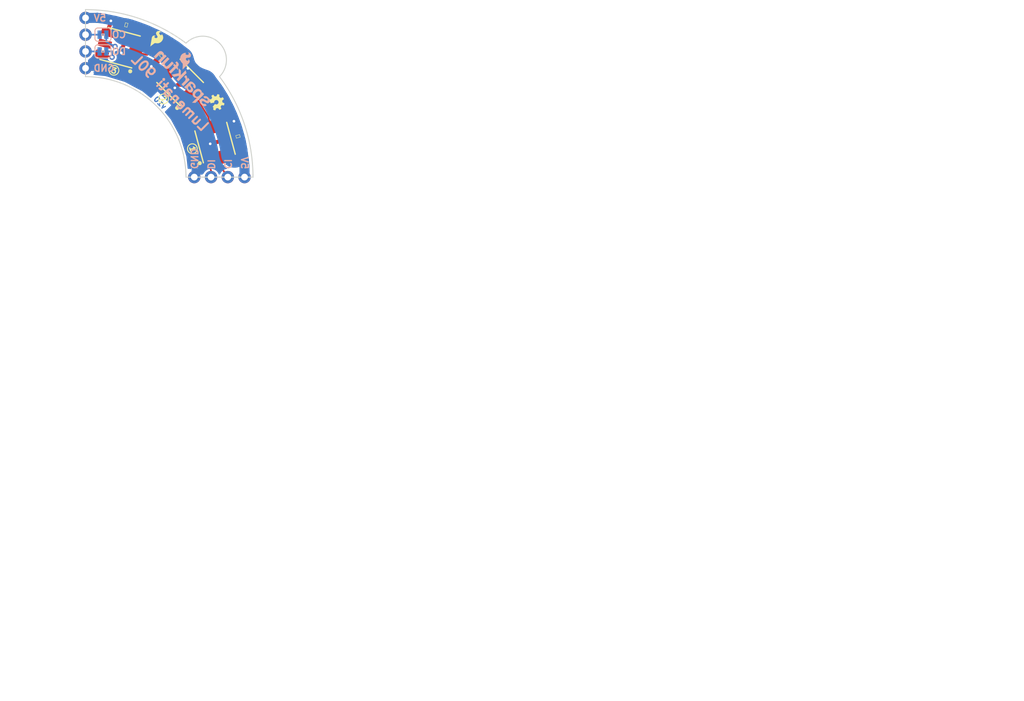
<source format=kicad_pcb>
(kicad_pcb (version 20170123) (host pcbnew no-vcs-found-5013ea2~58~ubuntu16.04.1)

  (general
    (links 24)
    (no_connects 0)
    (area 118.770486 85.951357 273.2696 194.562)
    (thickness 1.6)
    (drawings 34)
    (tracks 142)
    (zones 0)
    (modules 19)
    (nets 13)
  )

  (page A4)
  (layers
    (0 F.Cu signal)
    (31 B.Cu signal)
    (32 B.Adhes user)
    (33 F.Adhes user)
    (34 B.Paste user)
    (35 F.Paste user)
    (36 B.SilkS user)
    (37 F.SilkS user)
    (38 B.Mask user)
    (39 F.Mask user)
    (40 Dwgs.User user)
    (41 Cmts.User user)
    (42 Eco1.User user)
    (43 Eco2.User user)
    (44 Edge.Cuts user)
    (45 Margin user)
    (46 B.CrtYd user)
    (47 F.CrtYd user)
    (48 B.Fab user)
    (49 F.Fab user)
  )

  (setup
    (last_trace_width 0.25)
    (user_trace_width 0.2032)
    (user_trace_width 0.254)
    (user_trace_width 0.4064)
    (user_trace_width 0.6096)
    (user_trace_width 0.8128)
    (user_trace_width 1.524)
    (user_trace_width 2.032)
    (user_trace_width 4.064)
    (trace_clearance 0.2)
    (zone_clearance 0.3048)
    (zone_45_only no)
    (trace_min 0.2)
    (segment_width 0.2)
    (edge_width 0.15)
    (via_size 0.8)
    (via_drill 0.4)
    (via_min_size 0.4)
    (via_min_drill 0.3)
    (uvia_size 0.3)
    (uvia_drill 0.1)
    (uvias_allowed no)
    (uvia_min_size 0.2)
    (uvia_min_drill 0.1)
    (pcb_text_width 0.3)
    (pcb_text_size 1.5 1.5)
    (mod_edge_width 0.15)
    (mod_text_size 1 1)
    (mod_text_width 0.15)
    (pad_size 1.524 1.524)
    (pad_drill 0.762)
    (pad_to_mask_clearance 0.1016)
    (aux_axis_origin 0 0)
    (visible_elements FFFFFF7F)
    (pcbplotparams
      (layerselection 0x00030_ffffffff)
      (usegerberextensions false)
      (excludeedgelayer true)
      (linewidth 0.100000)
      (plotframeref false)
      (viasonmask false)
      (mode 1)
      (useauxorigin false)
      (hpglpennumber 1)
      (hpglpenspeed 20)
      (hpglpendiameter 15)
      (psnegative false)
      (psa4output false)
      (plotreference true)
      (plotvalue true)
      (plotinvisibletext false)
      (padsonsilk false)
      (subtractmaskfromsilk false)
      (outputformat 1)
      (mirror false)
      (drillshape 1)
      (scaleselection 1)
      (outputdirectory ""))
  )

  (net 0 "")
  (net 1 GND)
  (net 2 +5V)
  (net 3 /DI)
  (net 4 /CI)
  (net 5 /DO)
  (net 6 /CO)
  (net 7 "Net-(U1-Pad5)")
  (net 8 "Net-(U1-Pad6)")
  (net 9 "Net-(U2-Pad6)")
  (net 10 "Net-(U2-Pad5)")
  (net 11 "Net-(JP1-Pad1)")
  (net 12 "Net-(JP2-Pad1)")

  (net_class Default "This is the default net class."
    (clearance 0.2)
    (trace_width 0.25)
    (via_dia 0.8)
    (via_drill 0.4)
    (uvia_dia 0.3)
    (uvia_drill 0.1)
    (add_net +5V)
    (add_net /CI)
    (add_net /CO)
    (add_net /DI)
    (add_net /DO)
    (add_net GND)
    (add_net "Net-(JP1-Pad1)")
    (add_net "Net-(JP2-Pad1)")
    (add_net "Net-(U1-Pad5)")
    (add_net "Net-(U1-Pad6)")
    (add_net "Net-(U2-Pad5)")
    (add_net "Net-(U2-Pad6)")
  )

  (module Pete:SMT-JUMPER_2_NC_TRACE_SILK (layer B.Cu) (tedit 595D5133) (tstamp 596F396A)
    (at 133.7818 96.0628 180)
    (path /595D4DA8)
    (attr smd)
    (fp_text reference JP2 (at 0.0254 -1.6256 180) (layer B.SilkS) hide
      (effects (font (size 0.6096 0.6096) (thickness 0.127)) (justify mirror))
    )
    (fp_text value JUMPER-SMT_2_NC_TRACE_SILK (at 1.8288 -0.8382 180) (layer B.SilkS) hide
      (effects (font (size 0.6096 0.6096) (thickness 0.127)) (justify mirror))
    )
    (fp_arc (start 0.762 -0.5588) (end 1.2192 -0.5588) (angle -90) (layer B.SilkS) (width 0.1524))
    (fp_arc (start -0.762 -0.5588) (end -0.762 -1.016) (angle -90) (layer B.SilkS) (width 0.1524))
    (fp_arc (start -0.762 0.5588) (end -1.2192 0.5588) (angle -90) (layer B.SilkS) (width 0.1524))
    (fp_arc (start 0.762 0.5588) (end 0.762 1.016) (angle -90) (layer B.SilkS) (width 0.1524))
    (fp_line (start -0.1905 -0.127) (end -0.1905 0.127) (layer B.SilkS) (width 0.127))
    (fp_line (start 0.1905 -0.127) (end -0.1905 -0.127) (layer B.SilkS) (width 0.127))
    (fp_line (start 0.1905 0.127) (end 0.1905 -0.127) (layer B.SilkS) (width 0.127))
    (fp_line (start -0.1905 0.127) (end 0.1905 0.127) (layer B.SilkS) (width 0.127))
    (fp_line (start -0.508 0) (end 0.508 0) (layer B.Cu) (width 0.254))
    (fp_line (start -0.762 1.016) (end 0.762 1.016) (layer B.SilkS) (width 0.1524))
    (fp_line (start -1.2192 -0.5588) (end -1.2192 0.5588) (layer B.SilkS) (width 0.1524))
    (fp_line (start 1.2192 -0.5588) (end 1.2192 0.5588) (layer B.SilkS) (width 0.1524))
    (fp_line (start 0.762 -1.016) (end -0.762 -1.016) (layer B.SilkS) (width 0.1524))
    (pad 2 smd rect (at 0.508 0 180) (size 0.635 1.27) (layers B.Cu B.Paste B.Mask)
      (net 5 /DO))
    (pad 1 smd rect (at -0.508 0 180) (size 0.635 1.27) (layers B.Cu B.Paste B.Mask)
      (net 12 "Net-(JP2-Pad1)"))
  )

  (module Pete:SMT-JUMPER_2_NC_TRACE_SILK (layer B.Cu) (tedit 595D513D) (tstamp 596F3957)
    (at 133.7818 93.5228 180)
    (path /595D4CC3)
    (attr smd)
    (fp_text reference JP1 (at 0 1.524 180) (layer B.SilkS) hide
      (effects (font (size 0.6096 0.6096) (thickness 0.127)) (justify mirror))
    )
    (fp_text value JUMPER-SMT_2_NC_TRACE_SILK (at 1.8288 -0.8382 180) (layer B.SilkS) hide
      (effects (font (size 0.6096 0.6096) (thickness 0.127)) (justify mirror))
    )
    (fp_arc (start 0.762 -0.5588) (end 1.2192 -0.5588) (angle -90) (layer B.SilkS) (width 0.1524))
    (fp_arc (start -0.762 -0.5588) (end -0.762 -1.016) (angle -90) (layer B.SilkS) (width 0.1524))
    (fp_arc (start -0.762 0.5588) (end -1.2192 0.5588) (angle -90) (layer B.SilkS) (width 0.1524))
    (fp_arc (start 0.762 0.5588) (end 0.762 1.016) (angle -90) (layer B.SilkS) (width 0.1524))
    (fp_line (start -0.1905 -0.127) (end -0.1905 0.127) (layer B.SilkS) (width 0.127))
    (fp_line (start 0.1905 -0.127) (end -0.1905 -0.127) (layer B.SilkS) (width 0.127))
    (fp_line (start 0.1905 0.127) (end 0.1905 -0.127) (layer B.SilkS) (width 0.127))
    (fp_line (start -0.1905 0.127) (end 0.1905 0.127) (layer B.SilkS) (width 0.127))
    (fp_line (start -0.508 0) (end 0.508 0) (layer B.Cu) (width 0.254))
    (fp_line (start -0.762 1.016) (end 0.762 1.016) (layer B.SilkS) (width 0.1524))
    (fp_line (start -1.2192 -0.5588) (end -1.2192 0.5588) (layer B.SilkS) (width 0.1524))
    (fp_line (start 1.2192 -0.5588) (end 1.2192 0.5588) (layer B.SilkS) (width 0.1524))
    (fp_line (start 0.762 -1.016) (end -0.762 -1.016) (layer B.SilkS) (width 0.1524))
    (pad 2 smd rect (at 0.508 0 180) (size 0.635 1.27) (layers B.Cu B.Paste B.Mask)
      (net 6 /CO))
    (pad 1 smd rect (at -0.508 0 180) (size 0.635 1.27) (layers B.Cu B.Paste B.Mask)
      (net 11 "Net-(JP1-Pad1)"))
  )

  (module Pete:line (layer F.Cu) (tedit 591372BA) (tstamp 59634114)
    (at 131.1275 115.1255 345)
    (fp_text reference REF** (at -4.572 -1.27 345) (layer F.SilkS) hide
      (effects (font (size 1 1) (thickness 0.15)))
    )
    (fp_text value line (at -5.207 -2.667 345) (layer F.Fab) hide
      (effects (font (size 1 1) (thickness 0.15)))
    )
    (fp_line (start 0 0) (end 0 -25.4) (layer Dwgs.User) (width 0.15))
  )

  (module Pete:line (layer F.Cu) (tedit 591372BA) (tstamp 5963410F)
    (at 131.1275 115.1255 315)
    (fp_text reference REF** (at -4.572 -1.27 315) (layer F.SilkS) hide
      (effects (font (size 1 1) (thickness 0.15)))
    )
    (fp_text value line (at -5.207 -2.667 315) (layer F.Fab) hide
      (effects (font (size 1 1) (thickness 0.15)))
    )
    (fp_line (start 0 0) (end 0 -25.4) (layer Dwgs.User) (width 0.15))
  )

  (module Pete:0603_revised (layer F.Cu) (tedit 5914AE47) (tstamp 596339F8)
    (at 137.3124 92.0496 165)
    (path /591344EB)
    (attr smd)
    (fp_text reference C1 (at 0.127 -0.9652 165) (layer F.SilkS) hide
      (effects (font (size 0.4064 0.4064) (thickness 0.0254)))
    )
    (fp_text value 0.1uF (at 0.2032 0.9398 165) (layer F.SilkS) hide
      (effects (font (size 0.4064 0.4064) (thickness 0.0254)))
    )
    (fp_line (start -0.8382 0.4699) (end -0.33782 0.4699) (layer Dwgs.User) (width 0.06604))
    (fp_line (start -0.33782 0.4699) (end -0.33782 -0.48006) (layer Dwgs.User) (width 0.06604))
    (fp_line (start -0.8382 -0.48006) (end -0.33782 -0.48006) (layer Dwgs.User) (width 0.06604))
    (fp_line (start -0.8382 0.4699) (end -0.8382 -0.48006) (layer Dwgs.User) (width 0.06604))
    (fp_line (start 0.3302 0.4699) (end 0.82804 0.4699) (layer Dwgs.User) (width 0.06604))
    (fp_line (start 0.82804 0.4699) (end 0.82804 -0.48006) (layer Dwgs.User) (width 0.06604))
    (fp_line (start 0.3302 -0.48006) (end 0.82804 -0.48006) (layer Dwgs.User) (width 0.06604))
    (fp_line (start 0.3302 0.4699) (end 0.3302 -0.48006) (layer Dwgs.User) (width 0.06604))
    (fp_line (start -0.19812 0.29972) (end 0.19812 0.29972) (layer F.SilkS) (width 0.06604))
    (fp_line (start 0.19812 0.29972) (end 0.19812 -0.29972) (layer F.SilkS) (width 0.06604))
    (fp_line (start -0.19812 -0.29972) (end 0.19812 -0.29972) (layer F.SilkS) (width 0.06604))
    (fp_line (start -0.19812 0.29972) (end -0.19812 -0.29972) (layer F.SilkS) (width 0.06604))
    (fp_line (start -1.470661 -0.98298) (end 1.47066 -0.98298) (layer Dwgs.User) (width 0.0508))
    (fp_line (start 1.47066 -0.98298) (end 1.470661 0.98298) (layer Dwgs.User) (width 0.0508))
    (fp_line (start 1.470661 0.98298) (end -1.47066 0.98298) (layer Dwgs.User) (width 0.0508))
    (fp_line (start -1.47066 0.98298) (end -1.470661 -0.98298) (layer Dwgs.User) (width 0.0508))
    (fp_line (start -0.3556 -0.4318) (end 0.3556 -0.4318) (layer Dwgs.User) (width 0.1016))
    (fp_line (start -0.3556 0.41656) (end 0.3556 0.41656) (layer Dwgs.User) (width 0.1016))
    (pad 1 smd rect (at -0.84836 0 165) (size 1.09982 0.99822) (layers F.Cu F.Paste F.Mask)
      (net 1 GND))
    (pad 2 smd rect (at 0.84836 0 165) (size 1.09982 0.99822) (layers F.Cu F.Paste F.Mask)
      (net 2 +5V))
  )

  (module Pete:0603_revised (layer F.Cu) (tedit 5914AE47) (tstamp 59633A10)
    (at 142.68196 96.77908 45)
    (path /59134598)
    (attr smd)
    (fp_text reference C2 (at 0.127 -0.9652 45) (layer F.SilkS) hide
      (effects (font (size 0.4064 0.4064) (thickness 0.0254)))
    )
    (fp_text value 0.1uF (at 0.2032 0.9398 45) (layer F.SilkS) hide
      (effects (font (size 0.4064 0.4064) (thickness 0.0254)))
    )
    (fp_line (start -0.3556 0.41656) (end 0.3556 0.41656) (layer Dwgs.User) (width 0.1016))
    (fp_line (start -0.3556 -0.4318) (end 0.3556 -0.4318) (layer Dwgs.User) (width 0.1016))
    (fp_line (start -1.47066 0.98298) (end -1.47066 -0.98298) (layer Dwgs.User) (width 0.0508))
    (fp_line (start 1.47066 0.98298) (end -1.47066 0.98298) (layer Dwgs.User) (width 0.0508))
    (fp_line (start 1.47066 -0.98298) (end 1.47066 0.98298) (layer Dwgs.User) (width 0.0508))
    (fp_line (start -1.47066 -0.98298) (end 1.47066 -0.98298) (layer Dwgs.User) (width 0.0508))
    (fp_line (start -0.19812 0.29972) (end -0.19812 -0.29972) (layer F.SilkS) (width 0.06604))
    (fp_line (start -0.19812 -0.29972) (end 0.19812 -0.29972) (layer F.SilkS) (width 0.06604))
    (fp_line (start 0.19812 0.29972) (end 0.19812 -0.29972) (layer F.SilkS) (width 0.06604))
    (fp_line (start -0.19812 0.29972) (end 0.19812 0.29972) (layer F.SilkS) (width 0.06604))
    (fp_line (start 0.3302 0.4699) (end 0.3302 -0.48006) (layer Dwgs.User) (width 0.06604))
    (fp_line (start 0.3302 -0.48006) (end 0.82804 -0.48006) (layer Dwgs.User) (width 0.06604))
    (fp_line (start 0.82804 0.4699) (end 0.82804 -0.48006) (layer Dwgs.User) (width 0.06604))
    (fp_line (start 0.3302 0.4699) (end 0.82804 0.4699) (layer Dwgs.User) (width 0.06604))
    (fp_line (start -0.838199 0.4699) (end -0.8382 -0.48006) (layer Dwgs.User) (width 0.06604))
    (fp_line (start -0.8382 -0.48006) (end -0.33782 -0.48006) (layer Dwgs.User) (width 0.06604))
    (fp_line (start -0.33782 0.4699) (end -0.33782 -0.48006) (layer Dwgs.User) (width 0.06604))
    (fp_line (start -0.838199 0.4699) (end -0.33782 0.4699) (layer Dwgs.User) (width 0.06604))
    (pad 2 smd rect (at 0.84836 0 45) (size 1.09982 0.99822) (layers F.Cu F.Paste F.Mask)
      (net 2 +5V))
    (pad 1 smd rect (at -0.84836 0 45) (size 1.09982 0.99822) (layers F.Cu F.Paste F.Mask)
      (net 1 GND))
  )

  (module Pete:0603_revised (layer F.Cu) (tedit 5914AE47) (tstamp 59633A28)
    (at 154.2542 108.9406 105)
    (path /59134604)
    (attr smd)
    (fp_text reference C3 (at 0.127 -0.9652 105) (layer F.SilkS) hide
      (effects (font (size 0.4064 0.4064) (thickness 0.0254)))
    )
    (fp_text value 0.1uF (at 0.2032 0.9398 105) (layer F.SilkS) hide
      (effects (font (size 0.4064 0.4064) (thickness 0.0254)))
    )
    (fp_line (start -0.8382 0.4699) (end -0.33782 0.4699) (layer Dwgs.User) (width 0.06604))
    (fp_line (start -0.33782 0.4699) (end -0.33782 -0.48006) (layer Dwgs.User) (width 0.06604))
    (fp_line (start -0.8382 -0.48006) (end -0.33782 -0.48006) (layer Dwgs.User) (width 0.06604))
    (fp_line (start -0.8382 0.4699) (end -0.8382 -0.48006) (layer Dwgs.User) (width 0.06604))
    (fp_line (start 0.3302 0.4699) (end 0.82804 0.4699) (layer Dwgs.User) (width 0.06604))
    (fp_line (start 0.82804 0.4699) (end 0.82804 -0.48006) (layer Dwgs.User) (width 0.06604))
    (fp_line (start 0.3302 -0.48006) (end 0.82804 -0.48006) (layer Dwgs.User) (width 0.06604))
    (fp_line (start 0.3302 0.4699) (end 0.3302 -0.48006) (layer Dwgs.User) (width 0.06604))
    (fp_line (start -0.19812 0.29972) (end 0.19812 0.29972) (layer F.SilkS) (width 0.06604))
    (fp_line (start 0.19812 0.29972) (end 0.19812 -0.29972) (layer F.SilkS) (width 0.06604))
    (fp_line (start -0.19812 -0.29972) (end 0.19812 -0.29972) (layer F.SilkS) (width 0.06604))
    (fp_line (start -0.19812 0.29972) (end -0.19812 -0.29972) (layer F.SilkS) (width 0.06604))
    (fp_line (start -1.47066 -0.98298) (end 1.470661 -0.98298) (layer Dwgs.User) (width 0.0508))
    (fp_line (start 1.470661 -0.98298) (end 1.47066 0.98298) (layer Dwgs.User) (width 0.0508))
    (fp_line (start 1.47066 0.98298) (end -1.470661 0.98298) (layer Dwgs.User) (width 0.0508))
    (fp_line (start -1.470661 0.98298) (end -1.47066 -0.98298) (layer Dwgs.User) (width 0.0508))
    (fp_line (start -0.3556 -0.4318) (end 0.3556 -0.4318) (layer Dwgs.User) (width 0.1016))
    (fp_line (start -0.3556 0.41656) (end 0.3556 0.41656) (layer Dwgs.User) (width 0.1016))
    (pad 1 smd rect (at -0.84836 0 105) (size 1.09982 0.99822) (layers F.Cu F.Paste F.Mask)
      (net 1 GND))
    (pad 2 smd rect (at 0.84836 0 105) (size 1.09982 0.99822) (layers F.Cu F.Paste F.Mask)
      (net 2 +5V))
  )

  (module Aesthetics:FIDUCIAL-1X2 (layer F.Cu) (tedit 595D3684) (tstamp 59633A2D)
    (at 155.2575 112.9157)
    (descr "FIDUCIAL - CIRCLE, 1MM")
    (tags "FIDUCIAL - CIRCLE, 1MM")
    (path /592FB75B)
    (attr smd)
    (fp_text reference FD1 (at 0 0) (layer F.SilkS) hide
      (effects (font (thickness 0.15)))
    )
    (fp_text value FIDUCIAL1X2 (at 0 0) (layer F.SilkS) hide
      (effects (font (thickness 0.15)))
    )
    (pad 1 smd circle (at 0 0) (size 0.99822 0.99822) (layers F.Cu F.Paste F.Mask))
  )

  (module Aesthetics:FIDUCIAL-1X2 (layer F.Cu) (tedit 595D3697) (tstamp 59633A32)
    (at 133.3881 90.7415)
    (descr "FIDUCIAL - CIRCLE, 1MM")
    (tags "FIDUCIAL - CIRCLE, 1MM")
    (path /592FB6C9)
    (attr smd)
    (fp_text reference FD2 (at 0 0) (layer F.SilkS) hide
      (effects (font (thickness 0.15)))
    )
    (fp_text value FIDUCIAL1X2 (at 0 0) (layer F.SilkS) hide
      (effects (font (thickness 0.15)))
    )
    (pad 1 smd circle (at 0 0) (size 0.99822 0.99822) (layers F.Cu F.Paste F.Mask))
  )

  (module SFE_Connectors:1X04_NO_SILK (layer F.Cu) (tedit 595D35CE) (tstamp 59633A4A)
    (at 147.6248 115.1128)
    (descr "PLATED THROUGH HOLE - 4 PIN NO SILK OUTLINE")
    (tags "PLATED THROUGH HOLE - 4 PIN NO SILK OUTLINE")
    (path /592F91A7)
    (attr virtual)
    (fp_text reference J1 (at 0.254 -1.7018) (layer F.SilkS) hide
      (effects (font (size 0.6096 0.6096) (thickness 0.127)))
    )
    (fp_text value CONN_041X04_NO_SILK (at 0.5588 1.7272) (layer F.SilkS) hide
      (effects (font (size 0.6096 0.6096) (thickness 0.127)))
    )
    (fp_line (start 7.366 0.254) (end 7.874 0.254) (layer Dwgs.User) (width 0.06604))
    (fp_line (start 7.874 0.254) (end 7.874 -0.254) (layer Dwgs.User) (width 0.06604))
    (fp_line (start 7.366 -0.254) (end 7.874 -0.254) (layer Dwgs.User) (width 0.06604))
    (fp_line (start 7.366 0.254) (end 7.366 -0.254) (layer Dwgs.User) (width 0.06604))
    (fp_line (start 4.826 0.254) (end 5.334 0.254) (layer Dwgs.User) (width 0.06604))
    (fp_line (start 5.334 0.254) (end 5.334 -0.254) (layer Dwgs.User) (width 0.06604))
    (fp_line (start 4.826 -0.254) (end 5.334 -0.254) (layer Dwgs.User) (width 0.06604))
    (fp_line (start 4.826 0.254) (end 4.826 -0.254) (layer Dwgs.User) (width 0.06604))
    (fp_line (start 2.286 0.254) (end 2.794 0.254) (layer Dwgs.User) (width 0.06604))
    (fp_line (start 2.794 0.254) (end 2.794 -0.254) (layer Dwgs.User) (width 0.06604))
    (fp_line (start 2.286 -0.254) (end 2.794 -0.254) (layer Dwgs.User) (width 0.06604))
    (fp_line (start 2.286 0.254) (end 2.286 -0.254) (layer Dwgs.User) (width 0.06604))
    (fp_line (start -0.254 0.254) (end 0.254 0.254) (layer Dwgs.User) (width 0.06604))
    (fp_line (start 0.254 0.254) (end 0.254 -0.254) (layer Dwgs.User) (width 0.06604))
    (fp_line (start -0.254 -0.254) (end 0.254 -0.254) (layer Dwgs.User) (width 0.06604))
    (fp_line (start -0.254 0.254) (end -0.254 -0.254) (layer Dwgs.User) (width 0.06604))
    (pad 1 thru_hole circle (at 0 0) (size 1.8796 1.8796) (drill 1.016) (layers *.Cu *.Paste *.Mask)
      (net 1 GND))
    (pad 2 thru_hole circle (at 2.54 0) (size 1.8796 1.8796) (drill 1.016) (layers *.Cu *.Paste *.Mask)
      (net 3 /DI))
    (pad 3 thru_hole circle (at 5.08 0) (size 1.8796 1.8796) (drill 1.016) (layers *.Cu *.Paste *.Mask)
      (net 4 /CI))
    (pad 4 thru_hole circle (at 7.62 0) (size 1.8796 1.8796) (drill 1.016) (layers *.Cu *.Paste *.Mask)
      (net 2 +5V))
  )

  (module SFE_Connectors:1X04_NO_SILK (layer F.Cu) (tedit 595D35E2) (tstamp 59633A62)
    (at 131.1402 90.9828 270)
    (descr "PLATED THROUGH HOLE - 4 PIN NO SILK OUTLINE")
    (tags "PLATED THROUGH HOLE - 4 PIN NO SILK OUTLINE")
    (path /592F92AC)
    (attr virtual)
    (fp_text reference J2 (at 0.254 -1.7018 270) (layer F.SilkS) hide
      (effects (font (size 0.6096 0.6096) (thickness 0.127)))
    )
    (fp_text value CONN_041X04_NO_SILK (at 0.5588 1.7272 270) (layer F.SilkS) hide
      (effects (font (size 0.6096 0.6096) (thickness 0.127)))
    )
    (fp_line (start -0.254 0.254) (end -0.254 -0.254) (layer Dwgs.User) (width 0.06604))
    (fp_line (start -0.254 -0.254) (end 0.254 -0.254) (layer Dwgs.User) (width 0.06604))
    (fp_line (start 0.254 0.254) (end 0.254 -0.254) (layer Dwgs.User) (width 0.06604))
    (fp_line (start -0.254 0.254) (end 0.254 0.254) (layer Dwgs.User) (width 0.06604))
    (fp_line (start 2.286 0.254) (end 2.286 -0.254) (layer Dwgs.User) (width 0.06604))
    (fp_line (start 2.286 -0.254) (end 2.794 -0.254) (layer Dwgs.User) (width 0.06604))
    (fp_line (start 2.794 0.254) (end 2.794 -0.254) (layer Dwgs.User) (width 0.06604))
    (fp_line (start 2.286 0.254) (end 2.794 0.254) (layer Dwgs.User) (width 0.06604))
    (fp_line (start 4.826 0.254) (end 4.826 -0.254) (layer Dwgs.User) (width 0.06604))
    (fp_line (start 4.826 -0.254) (end 5.334 -0.254) (layer Dwgs.User) (width 0.06604))
    (fp_line (start 5.334 0.254) (end 5.334 -0.254) (layer Dwgs.User) (width 0.06604))
    (fp_line (start 4.826 0.254) (end 5.334 0.254) (layer Dwgs.User) (width 0.06604))
    (fp_line (start 7.366 0.254) (end 7.366 -0.254) (layer Dwgs.User) (width 0.06604))
    (fp_line (start 7.366 -0.254) (end 7.874 -0.254) (layer Dwgs.User) (width 0.06604))
    (fp_line (start 7.874 0.254) (end 7.874 -0.254) (layer Dwgs.User) (width 0.06604))
    (fp_line (start 7.366 0.254) (end 7.874 0.254) (layer Dwgs.User) (width 0.06604))
    (pad 4 thru_hole circle (at 7.62 0 270) (size 1.8796 1.8796) (drill 1.016) (layers *.Cu *.Paste *.Mask)
      (net 1 GND))
    (pad 3 thru_hole circle (at 5.08 0 270) (size 1.8796 1.8796) (drill 1.016) (layers *.Cu *.Paste *.Mask)
      (net 5 /DO))
    (pad 2 thru_hole circle (at 2.54 0 270) (size 1.8796 1.8796) (drill 1.016) (layers *.Cu *.Paste *.Mask)
      (net 6 /CO))
    (pad 1 thru_hole circle (at 0 0 270) (size 1.8796 1.8796) (drill 1.016) (layers *.Cu *.Paste *.Mask)
      (net 2 +5V))
  )

  (module SparkFun:SFE_LOGO_NAME_FLAME_.1 (layer B.Cu) (tedit 595D3651) (tstamp 59633A71)
    (at 148.8313 105.5243 135)
    (descr "SPARKFUN FONT LOGO W/ FLAME - 0.1\" HEIGHT - SILKSCREEN")
    (tags "SPARKFUN FONT LOGO W/ FLAME - 0.1\" HEIGHT - SILKSCREEN")
    (path /591F53CA)
    (attr virtual)
    (fp_text reference LOGO1 (at 0 0 135) (layer B.SilkS) hide
      (effects (font (thickness 0.15)) (justify mirror))
    )
    (fp_text value SFE_LOGO_NAME_FLAME.1_INCH (at 0 0 135) (layer B.SilkS) hide
      (effects (font (thickness 0.15)) (justify mirror))
    )
    (fp_poly (pts (xy 0.80772 1.39954) (xy 0.80772 1.33858) (xy 0.82804 1.28778) (xy 0.85852 1.24968)
      (xy 0.89916 1.2192) (xy 0.9398 1.18872) (xy 0.99822 1.17856) (xy 1.04902 1.1684)
      (xy 1.10998 1.15824) (xy 1.14808 1.1684) (xy 1.18872 1.1684) (xy 1.22936 1.17856)
      (xy 1.27 1.19888) (xy 1.3081 1.22936) (xy 1.33858 1.25984) (xy 1.34874 1.29794)
      (xy 1.3589 1.33858) (xy 1.34874 1.37922) (xy 1.32842 1.41986) (xy 1.28778 1.4478)
      (xy 1.23952 1.47828) (xy 1.17856 1.4986) (xy 1.09982 1.51892) (xy 1.01854 1.53924)
      (xy 0.91948 1.55956) (xy 0.82804 1.57988) (xy 0.7493 1.60782) (xy 0.67818 1.6383)
      (xy 0.6096 1.67894) (xy 0.54864 1.71958) (xy 0.508 1.778) (xy 0.47752 1.84912)
      (xy 0.4699 1.93802) (xy 0.47752 2.05994) (xy 0.51816 2.159) (xy 0.58928 2.23774)
      (xy 0.65786 2.2987) (xy 0.75946 2.3495) (xy 0.85852 2.36982) (xy 0.96774 2.3876)
      (xy 1.19888 2.3876) (xy 1.3081 2.36982) (xy 1.4097 2.33934) (xy 1.4986 2.2987)
      (xy 1.57988 2.23774) (xy 1.6383 2.159) (xy 1.6891 2.05994) (xy 1.70942 1.93802)
      (xy 1.33858 1.93802) (xy 1.32842 1.98882) (xy 1.3081 2.03962) (xy 1.28778 2.06756)
      (xy 1.25984 2.08788) (xy 1.2192 2.1082) (xy 1.1684 2.12852) (xy 0.99822 2.12852)
      (xy 0.96774 2.11836) (xy 0.92964 2.1082) (xy 0.89916 2.09804) (xy 0.87884 2.06756)
      (xy 0.85852 2.03962) (xy 0.85852 1.99898) (xy 0.86868 1.95834) (xy 0.89916 1.9177)
      (xy 0.9398 1.88976) (xy 0.99822 1.85928) (xy 1.05918 1.83896) (xy 1.13792 1.8288)
      (xy 1.2192 1.80848) (xy 1.29794 1.78816) (xy 1.37922 1.76784) (xy 1.46812 1.74752)
      (xy 1.53924 1.70942) (xy 1.60782 1.66878) (xy 1.66878 1.61798) (xy 1.70942 1.55956)
      (xy 1.7399 1.48844) (xy 1.74752 1.39954) (xy 1.72974 1.27) (xy 1.6891 1.15824)
      (xy 1.62814 1.0795) (xy 1.5494 1.00838) (xy 1.4478 0.95758) (xy 1.33858 0.92964)
      (xy 1.2192 0.90932) (xy 1.09982 0.89916) (xy 0.9779 0.90932) (xy 0.85852 0.92964)
      (xy 0.7493 0.95758) (xy 0.6477 1.00838) (xy 0.56896 1.0795) (xy 0.49784 1.1684)
      (xy 0.45974 1.27) (xy 0.43942 1.39954) (xy 0.75946 1.39954)) (layer B.SilkS) (width 0.01))
    (fp_poly (pts (xy 2.9083 1.39954) (xy 2.93878 1.47828) (xy 2.94894 1.55956) (xy 2.94894 1.6383)
      (xy 3.33756 1.62814) (xy 3.32994 1.48844) (xy 3.29946 1.3589) (xy 3.24866 1.23952)) (layer B.SilkS) (width 0.01))
    (fp_poly (pts (xy 3.24866 1.23952) (xy 3.1877 1.12776) (xy 3.0988 1.03886) (xy 2.98958 0.95758)
      (xy 2.86766 0.91948) (xy 2.7178 0.89916) (xy 2.65938 0.90932) (xy 2.59842 0.91948)
      (xy 2.54 0.92964) (xy 2.47904 0.95758) (xy 2.42824 0.98806) (xy 2.37998 1.01854)
      (xy 2.33934 1.06934) (xy 2.2987 1.1176) (xy 2.28854 1.1176) (xy 2.28854 0.09906)
      (xy 2.2479 0.1397) (xy 2.19964 0.18796) (xy 2.14884 0.2286) (xy 2.09804 0.26924)
      (xy 2.04978 0.30988) (xy 1.99898 0.35814) (xy 1.95834 0.39878) (xy 1.90754 0.43942)
      (xy 1.90754 2.28854) (xy 1.94818 2.2987) (xy 1.99898 2.30886) (xy 2.04978 2.30886)
      (xy 2.08788 2.31902) (xy 2.13868 2.32918) (xy 2.17932 2.33934) (xy 2.22758 2.3495)
      (xy 2.27838 2.35966) (xy 2.27838 2.17932) (xy 2.31902 2.22758) (xy 2.35966 2.26822)
      (xy 2.40792 2.30886) (xy 2.45872 2.33934) (xy 2.50952 2.36982) (xy 2.56794 2.37998)
      (xy 2.6289 2.3876) (xy 2.69748 2.3876) (xy 2.84988 2.37998) (xy 2.98958 2.32918)
      (xy 3.0988 2.25806) (xy 3.1877 2.159) (xy 3.25882 2.04978) (xy 3.29946 1.9177)
      (xy 3.32994 1.778) (xy 3.33756 1.62814) (xy 2.94894 1.6383) (xy 2.94894 1.72974)
      (xy 2.93878 1.80848) (xy 2.9083 1.88976) (xy 2.87782 1.95834) (xy 2.82956 2.0193)
      (xy 2.7686 2.05994) (xy 2.69748 2.08788) (xy 2.60858 2.09804) (xy 2.52984 2.08788)
      (xy 2.44856 2.05994) (xy 2.39776 2.0193) (xy 2.3495 1.95834) (xy 2.31902 1.88976)
      (xy 2.28854 1.80848) (xy 2.27838 1.72974) (xy 2.27838 1.55956) (xy 2.2987 1.47828)
      (xy 2.31902 1.39954) (xy 2.3495 1.32842) (xy 2.39776 1.27762) (xy 2.45872 1.22936)
      (xy 2.52984 1.20904) (xy 2.61874 1.19888) (xy 2.69748 1.20904) (xy 2.77876 1.22936)
      (xy 2.83972 1.27762) (xy 2.87782 1.32842) (xy 2.9083 1.39954)) (layer B.SilkS) (width 0.01))
    (fp_poly (pts (xy 3.92938 1.74752) (xy 4.01828 1.75768) (xy 4.10972 1.76784) (xy 4.1783 1.778)
      (xy 4.2291 1.57988) (xy 4.20878 1.56972) (xy 4.18846 1.56972) (xy 4.15798 1.55956)
      (xy 4.11988 1.55956) (xy 4.0894 1.5494) (xy 4.04876 1.5494) (xy 4.02844 1.53924)
      (xy 4.00812 1.53924)) (layer B.SilkS) (width 0.01))
    (fp_poly (pts (xy 4.00812 1.53924) (xy 3.97764 1.52908) (xy 3.95986 1.51892) (xy 3.9497 1.50876)
      (xy 3.92938 1.4986) (xy 3.90906 1.48844) (xy 3.8989 1.47828) (xy 3.87858 1.46812)
      (xy 3.86842 1.4478) (xy 3.85826 1.42748) (xy 3.8481 1.4097) (xy 3.8481 1.38938)
      (xy 3.83794 1.36906) (xy 3.83794 1.31826) (xy 3.8481 1.28778) (xy 3.8481 1.27)
      (xy 3.85826 1.24968) (xy 3.86842 1.23952) (xy 3.87858 1.2192) (xy 3.8989 1.20904)
      (xy 3.90906 1.19888) (xy 3.92938 1.18872) (xy 3.9497 1.17856) (xy 3.96748 1.17856)
      (xy 3.9878 1.1684) (xy 4.00812 1.1684) (xy 4.02844 1.15824) (xy 4.07924 1.15824)
      (xy 4.1275 1.1684) (xy 4.1783 1.1684) (xy 4.21894 1.18872) (xy 4.25958 1.19888)
      (xy 4.28752 1.2192) (xy 4.30784 1.23952) (xy 4.32816 1.27) (xy 4.34848 1.28778)
      (xy 4.35864 1.31826) (xy 4.3688 1.34874) (xy 4.37896 1.36906) (xy 4.38912 1.39954)
      (xy 4.38912 1.62814) (xy 4.37896 1.61798) (xy 4.3688 1.60782) (xy 4.34848 1.60782)
      (xy 4.32816 1.59766) (xy 4.30784 1.5875) (xy 4.28752 1.5875) (xy 4.26974 1.57988)
      (xy 4.2291 1.57988) (xy 4.1783 1.778) (xy 4.24942 1.79832) (xy 4.30784 1.81864)
      (xy 4.35864 1.84912) (xy 4.38912 1.88976) (xy 4.38912 1.99898) (xy 4.37896 2.0193)
      (xy 4.3688 2.03962) (xy 4.35864 2.05994) (xy 4.34848 2.06756) (xy 4.33832 2.08788)
      (xy 4.318 2.09804) (xy 4.29768 2.1082) (xy 4.2799 2.11836) (xy 4.25958 2.11836)
      (xy 4.23926 2.12852) (xy 4.05892 2.12852) (xy 4.0386 2.11836) (xy 4.01828 2.1082)
      (xy 3.99796 2.09804) (xy 3.97764 2.08788) (xy 3.95986 2.07772) (xy 3.9497 2.06756)
      (xy 3.92938 2.04978) (xy 3.91922 2.03962) (xy 3.90906 2.0193) (xy 3.8989 1.98882)
      (xy 3.88874 1.9685) (xy 3.88874 1.9177) (xy 3.49758 1.9177) (xy 3.50774 1.97866)
      (xy 3.5179 2.03962) (xy 3.53822 2.09804) (xy 3.5687 2.13868) (xy 3.59918 2.18948)
      (xy 3.62966 2.22758) (xy 3.66776 2.25806) (xy 3.71856 2.28854) (xy 3.76936 2.31902)
      (xy 3.81762 2.33934) (xy 3.86842 2.3495) (xy 3.92938 2.36982) (xy 3.9878 2.37998)
      (xy 4.0386 2.3876) (xy 4.26974 2.3876) (xy 4.318 2.37998) (xy 4.37896 2.37998)
      (xy 4.42976 2.36982) (xy 4.47802 2.3495) (xy 4.52882 2.33934) (xy 4.57962 2.31902)
      (xy 4.61772 2.28854) (xy 4.65836 2.25806) (xy 4.699 2.22758) (xy 4.72948 2.18948)
      (xy 4.7498 2.14884) (xy 4.76758 2.09804) (xy 4.77774 2.04978) (xy 4.77774 1.17856)
      (xy 4.7879 1.15824) (xy 4.7879 1.06934) (xy 4.79806 1.04902) (xy 4.79806 1.0287)
      (xy 4.80822 1.00838) (xy 4.80822 0.9779) (xy 4.81838 0.95758) (xy 4.82854 0.94996)
      (xy 4.82854 0.9398) (xy 4.43992 0.9398) (xy 4.43992 0.94996) (xy 4.42976 0.95758)
      (xy 4.42976 0.96774) (xy 4.4196 0.9779) (xy 4.4196 1.00838) (xy 4.40944 1.01854)
      (xy 4.40944 1.0795) (xy 4.38912 1.04902) (xy 4.35864 1.0287) (xy 4.33832 1.00838)
      (xy 4.30784 0.98806) (xy 4.2799 0.9779) (xy 4.24942 0.95758) (xy 4.21894 0.94996)
      (xy 4.18846 0.9398) (xy 4.15798 0.92964) (xy 4.1275 0.91948) (xy 4.09956 0.91948)
      (xy 4.06908 0.90932) (xy 4.02844 0.90932) (xy 3.99796 0.89916) (xy 3.88874 0.89916)
      (xy 3.83794 0.90932) (xy 3.78968 0.90932) (xy 3.74904 0.91948) (xy 3.69824 0.9398)
      (xy 3.6576 0.95758) (xy 3.62966 0.9779) (xy 3.58902 0.99822) (xy 3.55854 1.0287)
      (xy 3.53822 1.05918) (xy 3.50774 1.09982) (xy 3.48996 1.12776) (xy 3.4798 1.17856)
      (xy 3.45948 1.2192) (xy 3.45948 1.27) (xy 3.44932 1.31826) (xy 3.46964 1.42748)
      (xy 3.49758 1.51892) (xy 3.53822 1.5875) (xy 3.60934 1.64846) (xy 3.67792 1.6891)
      (xy 3.7592 1.71958) (xy 3.83794 1.7399) (xy 3.92938 1.74752)) (layer B.SilkS) (width 0.01))
    (fp_poly (pts (xy 4.99872 2.28854) (xy 5.04952 2.2987) (xy 5.08762 2.30886) (xy 5.13842 2.30886)
      (xy 5.18922 2.31902) (xy 5.22986 2.32918) (xy 5.27812 2.33934) (xy 5.32892 2.3495)
      (xy 5.36956 2.35966) (xy 5.36956 2.08788) (xy 5.40766 2.159) (xy 5.4483 2.2098)
      (xy 5.4991 2.26822) (xy 5.5499 2.30886) (xy 5.61848 2.3495) (xy 5.67944 2.36982)
      (xy 5.74802 2.3876) (xy 5.88772 2.3876) (xy 5.89788 2.37998) (xy 5.90804 2.37998)
      (xy 5.90804 2.0193) (xy 5.89788 2.0193) (xy 5.87756 2.02946) (xy 5.76834 2.02946)
      (xy 5.66928 2.0193) (xy 5.588 1.99898) (xy 5.51942 1.95834) (xy 5.46862 1.89992)
      (xy 5.42798 1.8288) (xy 5.40766 1.75768) (xy 5.38988 1.66878) (xy 5.38988 0.9398)
      (xy 4.99872 0.9398) (xy 4.99872 2.11836)) (layer B.SilkS) (width 0.01))
    (fp_poly (pts (xy 6.0579 2.6797) (xy 6.44906 2.88798) (xy 6.44906 1.84912) (xy 6.93928 2.35966)
      (xy 7.39902 2.35966) (xy 6.86816 1.83896) (xy 7.45998 0.9398) (xy 6.98754 0.9398)
      (xy 6.59892 1.56972) (xy 6.44906 1.42748) (xy 6.44906 0.9398) (xy 6.0579 0.9398)) (layer B.SilkS) (width 0.01))
    (fp_poly (pts (xy 7.69874 2.09804) (xy 7.30758 2.09804) (xy 7.34822 2.12852) (xy 7.3787 2.159)
      (xy 7.40918 2.18948) (xy 7.44982 2.22758) (xy 7.47776 2.25806) (xy 7.50824 2.28854)
      (xy 7.54888 2.31902) (xy 7.57936 2.35966) (xy 7.69874 2.35966) (xy 7.69874 2.55778)
      (xy 7.72922 2.63906) (xy 7.7597 2.70764) (xy 7.80796 2.7686) (xy 7.87908 2.8194)
      (xy 7.95782 2.8575) (xy 8.05942 2.88798) (xy 8.34898 2.88798) (xy 8.3693 2.87782)
      (xy 8.3693 2.59842) (xy 8.19912 2.59842) (xy 8.15848 2.58826) (xy 8.13816 2.5781)
      (xy 8.11784 2.56794) (xy 8.09752 2.54) (xy 8.0899 2.51968) (xy 8.0899 2.47904)
      (xy 8.07974 2.4384) (xy 8.07974 2.35966) (xy 8.34898 2.35966) (xy 8.34898 2.09804)
      (xy 8.07974 2.09804) (xy 8.07974 0.9398) (xy 7.69874 0.9398) (xy 7.69874 1.94818)) (layer B.SilkS) (width 0.01))
    (fp_poly (pts (xy 9.78916 0.9398) (xy 9.41832 0.9398) (xy 9.41832 1.13792) (xy 9.40816 1.13792)
      (xy 9.36752 1.0795) (xy 9.32942 1.0287) (xy 9.27862 0.98806) (xy 9.21766 0.95758)
      (xy 9.1694 0.9398) (xy 9.10844 0.91948) (xy 9.03986 0.90932) (xy 8.9789 0.89916)
      (xy 8.8392 0.90932) (xy 8.72998 0.94996) (xy 8.63854 0.99822) (xy 8.56996 1.05918)
      (xy 8.51916 1.14808) (xy 8.48868 1.24968) (xy 8.46836 1.3589) (xy 8.46836 2.35966)
      (xy 8.84936 2.35966) (xy 8.84936 1.55956) (xy 8.85952 1.47828) (xy 8.86968 1.39954)
      (xy 8.87984 1.33858) (xy 8.90778 1.29794) (xy 8.93826 1.25984) (xy 8.98906 1.22936)
      (xy 9.03986 1.2192) (xy 9.09828 1.20904) (xy 9.17956 1.2192) (xy 9.23798 1.22936)
      (xy 9.28878 1.25984) (xy 9.32942 1.29794) (xy 9.3599 1.3589) (xy 9.38784 1.42748)
      (xy 9.398 1.50876) (xy 9.398 2.35966) (xy 9.78916 2.35966) (xy 9.78916 1.1176)) (layer B.SilkS) (width 0.01))
    (fp_poly (pts (xy 9.99998 2.35966) (xy 10.36828 2.35966) (xy 10.36828 2.159) (xy 10.37844 2.159)
      (xy 10.41908 2.21996) (xy 10.45972 2.25806) (xy 10.50798 2.2987) (xy 10.56894 2.33934)
      (xy 10.6299 2.35966) (xy 10.68832 2.37998) (xy 10.74928 2.3876) (xy 10.8077 2.3876)
      (xy 10.94994 2.37998) (xy 11.05916 2.3495) (xy 11.14806 2.2987) (xy 11.21918 2.22758)
      (xy 11.26998 2.14884) (xy 11.29792 2.04978) (xy 11.31824 1.93802) (xy 11.3284 1.80848)
      (xy 11.3284 0.9398) (xy 10.93978 0.9398) (xy 10.93978 1.7399) (xy 10.92962 1.81864)
      (xy 10.91946 1.88976) (xy 10.9093 1.94818) (xy 10.87882 1.99898) (xy 10.84834 2.03962)
      (xy 10.79754 2.06756) (xy 10.74928 2.07772) (xy 10.68832 2.08788) (xy 10.60958 2.07772)
      (xy 10.54862 2.06756) (xy 10.49782 2.03962) (xy 10.45972 1.98882) (xy 10.42924 1.93802)
      (xy 10.39876 1.86944) (xy 10.3886 1.778) (xy 10.3886 0.9398) (xy 9.99998 0.9398)
      (xy 9.99998 2.17932)) (layer B.SilkS) (width 0.01))
    (fp_poly (pts (xy 8.24992 4.77774) (xy 8.24992 4.699) (xy 8.23976 4.66852) (xy 8.2296 4.63804)
      (xy 8.19912 4.61772) (xy 8.16864 4.60756) (xy 8.09752 4.60756) (xy 8.05942 4.62788)
      (xy 8.01878 4.6482) (xy 7.9883 4.66852) (xy 7.94766 4.699) (xy 7.91972 4.71932)
      (xy 7.88924 4.7498) (xy 7.86892 4.7879) (xy 7.8486 4.81838) (xy 7.83844 4.85902)
      (xy 7.82828 4.8895) (xy 7.83844 4.91998) (xy 7.8486 4.93776) (xy 7.85876 4.96824)
      (xy 7.87908 4.99872) (xy 7.91972 5.0292) (xy 7.95782 5.04952) (xy 8.00862 5.05968)
      (xy 8.04926 5.06984) (xy 8.07974 5.06984) (xy 8.10768 5.05968) (xy 8.13816 5.05968)
      (xy 8.128 5.06984) (xy 8.0899 5.09778) (xy 8.02894 5.12826) (xy 7.94766 5.15874)
      (xy 7.85876 5.18922) (xy 7.7597 5.18922) (xy 7.64794 5.1689) (xy 7.53872 5.10794)
      (xy 7.44982 5.0292) (xy 7.39902 4.95808) (xy 7.36854 4.86918) (xy 7.36854 4.7879)
      (xy 7.38886 4.699) (xy 7.43966 4.60756) (xy 7.50824 4.52882) (xy 7.58952 4.43992)
      (xy 7.6581 4.35864) (xy 7.68858 4.28752) (xy 7.68858 4.21894) (xy 7.66826 4.15798)
      (xy 7.62762 4.10972) (xy 7.5692 4.06908) (xy 7.48792 4.04876) (xy 7.40918 4.04876)
      (xy 7.35838 4.05892) (xy 7.30758 4.07924) (xy 7.27964 4.09956) (xy 7.24916 4.1275)
      (xy 7.22884 4.16814) (xy 7.21868 4.19862) (xy 7.21868 4.2291) (xy 7.22884 4.25958)
      (xy 7.24916 4.28752) (xy 7.26948 4.30784) (xy 7.2898 4.32816) (xy 7.31774 4.33832)
      (xy 7.33806 4.34848) (xy 7.35838 4.35864) (xy 7.36854 4.3688) (xy 7.34822 4.37896)
      (xy 7.3279 4.37896) (xy 7.2898 4.38912) (xy 7.20852 4.38912) (xy 7.14756 4.37896)
      (xy 7.0993 4.35864) (xy 7.0485 4.33832) (xy 7.00786 4.30784) (xy 6.9596 4.2799)
      (xy 6.92912 4.2291) (xy 6.89864 4.16814) (xy 6.87832 4.10972) (xy 6.86816 4.01828)
      (xy 6.858 3.92938) (xy 6.858 2.64922) (xy 6.86816 2.64922) (xy 6.88848 2.6797)
      (xy 6.91896 2.70764) (xy 6.94944 2.74828) (xy 6.9977 2.79908) (xy 7.0485 2.8575)
      (xy 7.10946 2.91846) (xy 7.15772 2.98958) (xy 7.22884 3.05816) (xy 7.2898 3.11912)
      (xy 7.33806 3.17754) (xy 7.38886 3.21818) (xy 7.43966 3.25882) (xy 7.48792 3.2893)
      (xy 7.54888 3.29946) (xy 7.73938 3.29946) (xy 7.85876 3.31978) (xy 7.96798 3.34772)
      (xy 8.06958 3.38836) (xy 8.16864 3.44932) (xy 8.24992 3.5179) (xy 8.32866 3.59918)
      (xy 8.39978 3.68808) (xy 8.49884 3.86842) (xy 8.54964 4.04876) (xy 8.5598 4.2291)
      (xy 8.52932 4.38912) (xy 8.47852 4.52882) (xy 8.40994 4.6482) (xy 8.32866 4.73964)) (layer B.SilkS) (width 0.01))
  )

  (module SparkFun:OSHW-LOGO-MINI (layer F.Cu) (tedit 595D3668) (tstamp 59633A76)
    (at 150.98268 103.76154 300)
    (descr "OPEN-SOURCE HARDWARE (OSHW) LOGO - MINI - SILKSCREEN")
    (tags "OPEN-SOURCE HARDWARE (OSHW) LOGO - MINI - SILKSCREEN")
    (path /591CA41A)
    (attr virtual)
    (fp_text reference LOGO2 (at -0.096857 6.928339 300) (layer F.SilkS) hide
      (effects (font (thickness 0.15)))
    )
    (fp_text value OSHW-LOGOMINI (at 2.443143 9.468339 300) (layer F.SilkS) hide
      (effects (font (thickness 0.15)))
    )
    (fp_poly (pts (xy 1.23444 0.17018) (xy 1.23444 -0.14732) (xy 0.8763 -0.20574) (xy 0.8763 -0.24638)
      (xy 0.86614 -0.25654) (xy 0.86614 -0.27686) (xy 0.85598 -0.28702) (xy 0.84582 -0.30734)
      (xy 0.84582 -0.32512) (xy 0.83566 -0.33528) (xy 0.83566 -0.3556) (xy 0.8255 -0.36576)
      (xy 0.81534 -0.38608) (xy 0.80518 -0.39624) (xy 0.80518 -0.41656) (xy 0.79502 -0.42672)
      (xy 0.78486 -0.44704) (xy 0.7747 -0.4572) (xy 0.98552 -0.74676) (xy 0.75438 -0.9652)
      (xy 0.46482 -0.76708) (xy 0.45466 -0.77724) (xy 0.43434 -0.78486) (xy 0.42418 -0.78486)
      (xy 0.4064 -0.79502) (xy 0.39624 -0.80518) (xy 0.37592 -0.81534) (xy 0.36576 -0.81534)
      (xy 0.34544 -0.8255) (xy 0.33528 -0.83566) (xy 0.31496 -0.83566) (xy 0.29464 -0.84582)
      (xy 0.28448 -0.84582) (xy 0.26416 -0.85598) (xy 0.25654 -0.85598) (xy 0.23622 -0.86614)
      (xy 0.2159 -0.86614) (xy 0.15494 -1.21666) (xy -0.16256 -1.21666) (xy -0.22098 -0.86614)
      (xy -0.23114 -0.86614) (xy -0.25146 -0.85598) (xy -0.27178 -0.85598) (xy -0.28194 -0.84582)
      (xy -0.30226 -0.84582) (xy -0.32258 -0.83566) (xy -0.33274 -0.83566) (xy -0.35306 -0.8255)
      (xy -0.36322 -0.81534) (xy -0.381 -0.81534) (xy -0.39116 -0.80518) (xy -0.41148 -0.79502)
      (xy -0.42164 -0.78486) (xy -0.44196 -0.78486) (xy -0.45212 -0.77724) (xy -0.47244 -0.76708)
      (xy -0.762 -0.9652) (xy -0.98298 -0.74676) (xy -0.78232 -0.4572) (xy -0.79248 -0.44704)
      (xy -0.79248 -0.42672) (xy -0.80264 -0.41656) (xy -0.8128 -0.39624) (xy -0.82296 -0.38608)
      (xy -0.82296 -0.36576) (xy -0.83312 -0.3556) (xy -0.84328 -0.33528) (xy -0.84328 -0.32512)
      (xy -0.86106 -0.28702) (xy -0.86106 -0.27686) (xy -0.87122 -0.25654) (xy -0.87122 -0.24638)
      (xy -0.88138 -0.22606) (xy -0.88138 -0.20574) (xy -1.2319 -0.14732) (xy -1.2319 0.17018)
      (xy -0.88138 0.23114) (xy -0.88138 0.2413) (xy -0.87122 0.26162) (xy -0.87122 0.28194)
      (xy -0.86106 0.2921) (xy -0.86106 0.31242) (xy -0.8509 0.32258) (xy -0.84328 0.34036)
      (xy -0.84328 0.36068) (xy -0.83312 0.37084) (xy -0.83312 0.39116) (xy -0.82296 0.40132)
      (xy -0.8128 0.42164) (xy -0.80264 0.4318) (xy -0.79248 0.45212) (xy -0.79248 0.46228)
      (xy -0.78232 0.4826) (xy -0.98298 0.762) (xy -0.762 0.9906) (xy -0.47244 0.79248)
      (xy -0.46228 0.79248) (xy -0.45212 0.8001) (xy -0.44196 0.8001) (xy -0.4318 0.81026)
      (xy -0.42164 0.81026) (xy -0.41148 0.82042) (xy -0.40132 0.82042) (xy -0.39116 0.83058)
      (xy -0.381 0.83058) (xy -0.37338 0.84074) (xy -0.36322 0.84074) (xy -0.35306 0.8509)
      (xy -0.33274 0.8509) (xy -0.32258 0.86106) (xy -0.12192 0.32258) (xy -0.1524 0.31242)
      (xy -0.19304 0.2921) (xy -0.21336 0.27178) (xy -0.23114 0.26162) (xy -0.25146 0.2413)
      (xy -0.26162 0.22098) (xy -0.28194 0.20066) (xy -0.30226 0.16256) (xy -0.31242 0.13208)
      (xy -0.33274 0.09144) (xy -0.33274 0.06096) (xy -0.3429 0.03048) (xy -0.3429 -0.0254)
      (xy -0.30226 -0.14732) (xy -0.26162 -0.20574) (xy -0.2413 -0.22606) (xy -0.21336 -0.24638)
      (xy -0.19304 -0.2667) (xy -0.16256 -0.28702) (xy -0.13208 -0.29718) (xy -0.1016 -0.31496)
      (xy -0.07112 -0.31496) (xy -0.03302 -0.32512) (xy 0.03556 -0.32512) (xy 0.06604 -0.31496)
      (xy 0.09652 -0.31496) (xy 0.12446 -0.29718) (xy 0.15494 -0.28702) (xy 0.2159 -0.24638)
      (xy 0.25654 -0.20574) (xy 0.29464 -0.14732) (xy 0.3048 -0.11684) (xy 0.32512 -0.08636)
      (xy 0.32512 -0.05588) (xy 0.33528 -0.0254) (xy 0.33528 0.06096) (xy 0.32512 0.09144)
      (xy 0.32512 0.11176) (xy 0.31496 0.13208) (xy 0.3048 0.16256) (xy 0.29464 0.18034)
      (xy 0.27432 0.20066) (xy 0.26416 0.22098) (xy 0.22606 0.26162) (xy 0.20574 0.27178)
      (xy 0.18542 0.2921) (xy 0.12446 0.32258) (xy 0.32512 0.86106) (xy 0.32512 0.8509)
      (xy 0.34544 0.8509) (xy 0.3556 0.84074) (xy 0.36576 0.84074) (xy 0.37592 0.83058)
      (xy 0.38608 0.83058) (xy 0.39624 0.82042) (xy 0.41656 0.82042) (xy 0.42418 0.81026)
      (xy 0.43434 0.81026) (xy 0.45466 0.79248) (xy 0.46482 0.79248) (xy 0.75438 0.9906)
      (xy 0.98552 0.762) (xy 0.7747 0.4826) (xy 0.78486 0.46228) (xy 0.79502 0.45212)
      (xy 0.80518 0.4318) (xy 0.80518 0.42164) (xy 0.81534 0.40132) (xy 0.8255 0.39116)
      (xy 0.83566 0.37084) (xy 0.83566 0.36068) (xy 0.85598 0.32258) (xy 0.85598 0.31242)
      (xy 0.86614 0.2921) (xy 0.86614 0.28194) (xy 0.8763 0.26162) (xy 0.8763 0.2413)
      (xy 0.88646 0.23114)) (layer F.SilkS) (width 0.01))
  )

  (module Pete:APA102_3 (layer F.Cu) (tedit 591CA5E4) (tstamp 59633A84)
    (at 150.7744 109.8804 285)
    (path /59134083)
    (fp_text reference U1 (at 0 3.556 285) (layer F.SilkS) hide
      (effects (font (size 0.889 0.889) (thickness 0.22225)))
    )
    (fp_text value APA102 (at 0 0 15) (layer F.SilkS) hide
      (effects (font (size 0.889 0.6) (thickness 0.15)))
    )
    (fp_circle (center 2.413 3.048) (end 2.4765 3.1115) (layer F.SilkS) (width 0.15))
    (fp_circle (center 2.413 3.048) (end 2.54 3.2385) (layer F.SilkS) (width 0.15))
    (fp_line (start -2.5 2.5) (end 2.5 2.5) (layer F.SilkS) (width 0.2032))
    (fp_line (start -2.5 -2.5) (end 2.5 -2.5) (layer F.SilkS) (width 0.2032))
    (pad 1 smd rect (at 2.4 1.7 285) (size 2 1.1) (layers F.Cu F.Paste F.Mask)
      (net 3 /DI) (solder_mask_margin 0.1016))
    (pad 2 smd rect (at 2.399998 0 285) (size 2 1.1) (layers F.Cu F.Paste F.Mask)
      (net 4 /CI) (solder_mask_margin 0.1016))
    (pad 3 smd rect (at 2.4 -1.700001 285) (size 2 1.1) (layers F.Cu F.Paste F.Mask)
      (net 1 GND) (solder_mask_margin 0.1016))
    (pad 4 smd rect (at -2.4 -1.7 105) (size 2 1.1) (layers F.Cu F.Paste F.Mask)
      (net 2 +5V) (solder_mask_margin 0.1016))
    (pad 5 smd rect (at -2.399998 0 105) (size 2 1.1) (layers F.Cu F.Paste F.Mask)
      (net 7 "Net-(U1-Pad5)") (solder_mask_margin 0.1016))
    (pad 6 smd rect (at -2.4 1.700001 105) (size 2 1.1) (layers F.Cu F.Paste F.Mask)
      (net 8 "Net-(U1-Pad6)") (solder_mask_margin 0.1016))
  )

  (module Pete:APA102_3 (layer F.Cu) (tedit 591CA5E4) (tstamp 59633A92)
    (at 145.4785 100.7745 315)
    (path /59134180)
    (fp_text reference U2 (at 0 3.556 315) (layer F.SilkS) hide
      (effects (font (size 0.889 0.889) (thickness 0.22225)))
    )
    (fp_text value APA102 (at 0 0 45) (layer F.SilkS) hide
      (effects (font (size 0.889 0.6) (thickness 0.15)))
    )
    (fp_line (start -2.5 -2.5) (end 2.5 -2.5) (layer F.SilkS) (width 0.2032))
    (fp_line (start -2.5 2.5) (end 2.5 2.5) (layer F.SilkS) (width 0.2032))
    (fp_circle (center 2.413 3.048) (end 2.54 3.2385) (layer F.SilkS) (width 0.15))
    (fp_circle (center 2.413 3.048) (end 2.4765 3.1115) (layer F.SilkS) (width 0.15))
    (pad 6 smd rect (at -2.4 1.700001 135) (size 2 1.1) (layers F.Cu F.Paste F.Mask)
      (net 9 "Net-(U2-Pad6)") (solder_mask_margin 0.1016))
    (pad 5 smd rect (at -2.399998 0 135) (size 2 1.1) (layers F.Cu F.Paste F.Mask)
      (net 10 "Net-(U2-Pad5)") (solder_mask_margin 0.1016))
    (pad 4 smd rect (at -2.4 -1.7 135) (size 2 1.1) (layers F.Cu F.Paste F.Mask)
      (net 2 +5V) (solder_mask_margin 0.1016))
    (pad 3 smd rect (at 2.4 -1.700001 315) (size 2 1.1) (layers F.Cu F.Paste F.Mask)
      (net 1 GND) (solder_mask_margin 0.1016))
    (pad 2 smd rect (at 2.399998 0 315) (size 2 1.1) (layers F.Cu F.Paste F.Mask)
      (net 7 "Net-(U1-Pad5)") (solder_mask_margin 0.1016))
    (pad 1 smd rect (at 2.4 1.7 315) (size 2 1.1) (layers F.Cu F.Paste F.Mask)
      (net 8 "Net-(U1-Pad6)") (solder_mask_margin 0.1016))
  )

  (module Pete:APA102_3 (layer F.Cu) (tedit 591CA5E4) (tstamp 59633AA0)
    (at 136.3726 95.504 345)
    (path /591341EC)
    (fp_text reference U3 (at 0 3.556 345) (layer F.SilkS) hide
      (effects (font (size 0.889 0.889) (thickness 0.22225)))
    )
    (fp_text value APA102 (at 0 0 75) (layer F.SilkS) hide
      (effects (font (size 0.889 0.6) (thickness 0.15)))
    )
    (fp_circle (center 2.412999 3.048) (end 2.4765 3.1115) (layer F.SilkS) (width 0.15))
    (fp_circle (center 2.412999 3.048) (end 2.54 3.2385) (layer F.SilkS) (width 0.15))
    (fp_line (start -2.5 2.5) (end 2.5 2.5) (layer F.SilkS) (width 0.2032))
    (fp_line (start -2.5 -2.5) (end 2.5 -2.5) (layer F.SilkS) (width 0.2032))
    (pad 1 smd rect (at 2.4 1.7 345) (size 2 1.1) (layers F.Cu F.Paste F.Mask)
      (net 9 "Net-(U2-Pad6)") (solder_mask_margin 0.1016))
    (pad 2 smd rect (at 2.399998 0 345) (size 2 1.1) (layers F.Cu F.Paste F.Mask)
      (net 10 "Net-(U2-Pad5)") (solder_mask_margin 0.1016))
    (pad 3 smd rect (at 2.4 -1.700001 345) (size 2 1.1) (layers F.Cu F.Paste F.Mask)
      (net 1 GND) (solder_mask_margin 0.1016))
    (pad 4 smd rect (at -2.4 -1.7 165) (size 2 1.1) (layers F.Cu F.Paste F.Mask)
      (net 2 +5V) (solder_mask_margin 0.1016))
    (pad 5 smd rect (at -2.399998 0 165) (size 2 1.1) (layers F.Cu F.Paste F.Mask)
      (net 11 "Net-(JP1-Pad1)") (solder_mask_margin 0.1016))
    (pad 6 smd rect (at -2.4 1.700001 165) (size 2 1.1) (layers F.Cu F.Paste F.Mask)
      (net 12 "Net-(JP2-Pad1)") (solder_mask_margin 0.1016))
  )

  (module Pete:line (layer F.Cu) (tedit 591372BA) (tstamp 596340E7)
    (at 131.1275 115.1255 285)
    (fp_text reference REF** (at -4.572 -1.27 285) (layer F.SilkS) hide
      (effects (font (size 1 1) (thickness 0.15)))
    )
    (fp_text value line (at -5.207 -2.667 285) (layer F.Fab) hide
      (effects (font (size 1 1) (thickness 0.15)))
    )
    (fp_line (start 0 0) (end 0 -25.4) (layer Dwgs.User) (width 0.15))
  )

  (module Pete:STAND-OFF_115_2 (layer F.Cu) (tedit 59160095) (tstamp 5963489C)
    (at 149.5425 96.7105)
    (descr "STAND OFF")
    (tags "STAND OFF")
    (attr virtual)
    (fp_text reference Ref** (at 0 0) (layer F.SilkS) hide
      (effects (font (thickness 0.15)))
    )
    (fp_text value Val** (at 0 0) (layer F.SilkS) hide
      (effects (font (thickness 0.15)))
    )
    (fp_circle (center 0 0) (end 2.794 0) (layer Dwgs.User) (width 0.15))
    (fp_circle (center 0 0) (end -1.397 1.397) (layer Dwgs.User) (width 0.0635))
    (fp_circle (center 0 0) (end -0.8255 0.8255) (layer Dwgs.User) (width 0.127))
    (fp_line (start -1.651 0) (end 1.651 0) (layer Dwgs.User) (width 0.127))
    (fp_line (start 0 1.651) (end 0 -1.651) (layer Dwgs.User) (width 0.127))
    (fp_arc (start 0 0) (end 0 -1.8542) (angle 180) (layer Dwgs.User) (width 0.2032))
    (fp_arc (start 0 0) (end 0 1.8542) (angle 180) (layer Dwgs.User) (width 0.2032))
    (fp_arc (start 0 0) (end 0 -1.8542) (angle 180) (layer Dwgs.User) (width 0.2032))
    (fp_arc (start 0 0) (end 0 1.8542) (angle 180) (layer Dwgs.User) (width 0.2032))
    (pad "" np_thru_hole circle (at 0 0) (size 2.921 2.921) (drill 2.921) (layers *.Cu *.Mask))
  )

  (module Aesthetics:SFE_LOGO_FLAME_.1 (layer F.Cu) (tedit 200000) (tstamp 595EE655)
    (at 140.589 95.60052 350)
    (descr "SPARKFUN FLAME LOGO - 0.1\" HEIGHT - SILKSCREEN")
    (tags "SPARKFUN FLAME LOGO - 0.1\" HEIGHT - SILKSCREEN")
    (attr virtual)
    (fp_text reference "" (at 0 0 350) (layer F.SilkS)
      (effects (font (thickness 0.15)))
    )
    (fp_text value "" (at 0 0 350) (layer F.SilkS)
      (effects (font (thickness 0.15)))
    )
    (fp_poly (pts (xy 1.69926 -2.4892) (xy 1.69926 -2.39776) (xy 1.6891 -2.36982) (xy 1.67894 -2.3495)
      (xy 1.64846 -2.31902) (xy 1.61798 -2.30886) (xy 1.5875 -2.30886) (xy 1.50876 -2.32918)
      (xy 1.46812 -2.3495) (xy 1.43764 -2.36982) (xy 1.39954 -2.39776) (xy 1.33858 -2.45872)
      (xy 1.29794 -2.51968) (xy 1.28778 -2.55778) (xy 1.28778 -2.61874) (xy 1.29794 -2.64922)
      (xy 1.3081 -2.66954) (xy 1.32842 -2.69748) (xy 1.36906 -2.72796) (xy 1.4097 -2.74828)
      (xy 1.45796 -2.75844) (xy 1.4986 -2.7686) (xy 1.55956 -2.7686) (xy 1.57988 -2.75844)
      (xy 1.5875 -2.75844) (xy 1.57988 -2.7686) (xy 1.53924 -2.79908) (xy 1.39954 -2.86766)
      (xy 1.3081 -2.88798) (xy 1.20904 -2.88798) (xy 1.09982 -2.86766) (xy 0.98806 -2.80924)
      (xy 0.89916 -2.73812) (xy 0.84836 -2.65938) (xy 0.81788 -2.56794) (xy 0.81788 -2.4892)
      (xy 0.8382 -2.39776) (xy 0.889 -2.30886) (xy 0.95758 -2.22758) (xy 1.03886 -2.13868)
      (xy 1.10998 -2.06756) (xy 1.13792 -1.98882) (xy 1.13792 -1.9177) (xy 1.1176 -1.85928)
      (xy 1.0795 -1.80848) (xy 1.01854 -1.76784) (xy 0.9398 -1.74752) (xy 0.85852 -1.74752)
      (xy 0.80772 -1.75768) (xy 0.75946 -1.778) (xy 0.6985 -1.83896) (xy 0.67818 -1.86944)
      (xy 0.66802 -1.89992) (xy 0.66802 -1.93802) (xy 0.67818 -1.9685) (xy 0.73914 -2.02946)
      (xy 0.76962 -2.03962) (xy 0.80772 -2.05994) (xy 0.81788 -2.06756) (xy 0.77978 -2.08788)
      (xy 0.65786 -2.08788) (xy 0.59944 -2.07772) (xy 0.54864 -2.06756) (xy 0.49784 -2.04978)
      (xy 0.45974 -2.0193) (xy 0.40894 -1.97866) (xy 0.34798 -1.8796) (xy 0.32766 -1.80848)
      (xy 0.3175 -1.72974) (xy 0.3175 -0.35814) (xy 0.3683 -0.40894) (xy 0.39878 -0.45974)
      (xy 0.44958 -0.508) (xy 0.49784 -0.56896) (xy 0.61976 -0.68834) (xy 0.73914 -0.82804)
      (xy 0.8382 -0.92964) (xy 0.9398 -0.98806) (xy 0.99822 -0.99822) (xy 1.18872 -0.99822)
      (xy 1.3081 -1.01854) (xy 1.41986 -1.04902) (xy 1.51892 -1.08966) (xy 1.61798 -1.14808)
      (xy 1.69926 -1.2192) (xy 1.778 -1.29794) (xy 1.84912 -1.38938) (xy 1.94818 -1.56972)
      (xy 1.99898 -1.75768) (xy 2.00914 -1.92786) (xy 1.97866 -2.08788) (xy 1.92786 -2.23774)
      (xy 1.85928 -2.3495) (xy 1.778 -2.4384)) (layer F.SilkS) (width 0.01))
  )

  (dimension 10.16 (width 0.3) (layer Dwgs.User)
    (gr_text "0.4000 in" (at 124.4562 94.7928 270) (layer Dwgs.User) (tstamp 598DCC1E)
      (effects (font (size 1.5 1.5) (thickness 0.3)))
    )
    (feature1 (pts (xy 131.1148 99.8728) (xy 123.1062 99.8728)))
    (feature2 (pts (xy 131.1148 89.7128) (xy 123.1062 89.7128)))
    (crossbar (pts (xy 125.8062 89.7128) (xy 125.8062 99.8728)))
    (arrow1a (pts (xy 125.8062 99.8728) (xy 125.219779 98.746296)))
    (arrow1b (pts (xy 125.8062 99.8728) (xy 126.392621 98.746296)))
    (arrow2a (pts (xy 125.8062 89.7128) (xy 125.219779 90.839304)))
    (arrow2b (pts (xy 125.8062 89.7128) (xy 126.392621 90.839304)))
  )
  (dimension 25.4254 (width 0.3) (layer Dwgs.User)
    (gr_text "1.0000 in" (at 143.8275 121.2126) (layer Dwgs.User) (tstamp 598DCC1F)
      (effects (font (size 1.5 1.5) (thickness 0.3)))
    )
    (feature1 (pts (xy 131.1148 115.1128) (xy 131.1148 122.5626)))
    (feature2 (pts (xy 156.5402 115.1128) (xy 156.5402 122.5626)))
    (crossbar (pts (xy 156.5402 119.8626) (xy 131.1148 119.8626)))
    (arrow1a (pts (xy 131.1148 119.8626) (xy 132.241304 119.276179)))
    (arrow1b (pts (xy 131.1148 119.8626) (xy 132.241304 120.449021)))
    (arrow2a (pts (xy 156.5402 119.8626) (xy 155.413696 119.276179)))
    (arrow2b (pts (xy 156.5402 119.8626) (xy 155.413696 120.449021)))
  )
  (gr_text v10 (at 271.1196 193.167) (layer Cmts.User)
    (effects (font (size 1.5 1.5) (thickness 0.3)))
  )
  (gr_text 7/7/17 (at 211.6074 193.04) (layer Cmts.User)
    (effects (font (size 1.5 1.5) (thickness 0.3)))
  )
  (gr_text "Lumenati 90L" (at 194.3608 189.5348) (layer Cmts.User)
    (effects (font (size 1.5 1.5) (thickness 0.3)))
  )
  (gr_text "Released under the Creative Commons\nAttribution Share-Alike 4.0 License\nhttps://creativecommons.org/licenses/by-sa/4.0/\nDesigned by Pete Dokter" (at 178.0794 175.4886) (layer Cmts.User)
    (effects (font (size 1.5 1.5) (thickness 0.3)) (justify left))
  )
  (gr_arc (start 131.1275 115.1255) (end 131.1275 92.2528) (angle 90) (layer Dwgs.User) (width 0.2))
  (gr_circle (center 135.4455 98.9203) (end 134.9883 99.5045) (layer F.SilkS) (width 0.15) (tstamp 595EE6E9))
  (gr_circle (center 142.9639 103.2637) (end 142.5067 103.8479) (layer F.SilkS) (width 0.15) (tstamp 595EE6E7))
  (gr_circle (center 147.3327 110.8075) (end 146.8755 111.3917) (layer F.SilkS) (width 0.15))
  (gr_text 3 (at 135.4582 98.9838 345) (layer F.SilkS) (tstamp 595EE6C4)
    (effects (font (size 0.8128 0.8128) (thickness 0.1778)))
  )
  (gr_text 2 (at 142.9766 103.2764 315) (layer F.SilkS) (tstamp 595EE6C2)
    (effects (font (size 0.8128 0.8128) (thickness 0.1778)))
  )
  (gr_text 1 (at 147.3454 110.8202 -75) (layer F.SilkS)
    (effects (font (size 0.8128 0.8128) (thickness 0.1778)))
  )
  (gr_text v10 (at 142.4432 103.8352 315) (layer B.Cu)
    (effects (font (size 0.8128 0.8128) (thickness 0.1778)) (justify mirror))
  )
  (gr_text "Lumenati 90L" (at 143.9545 102.3239 315) (layer B.SilkS)
    (effects (font (size 1.5 1.5) (thickness 0.3)) (justify mirror))
  )
  (gr_line (start 146.34464 94.79026) (end 146.36496 94.80804) (angle 90) (layer Edge.Cuts) (width 0.01284))
  (gr_line (start 151.45512 99.89566) (end 151.4475 99.8855) (angle 90) (layer Edge.Cuts) (width 0.01284))
  (gr_text GND (at 133.93928 98.6028) (layer B.SilkS) (tstamp 596F41BC)
    (effects (font (size 1.016 1.016) (thickness 0.2032)) (justify mirror))
  )
  (gr_text DI (at 150.15972 113.16716 270) (layer B.SilkS) (tstamp 596F41BA)
    (effects (font (size 1.016 1.016) (thickness 0.2032)) (justify mirror))
  )
  (gr_text CI (at 152.69972 113.12144 270) (layer B.SilkS) (tstamp 596F41B8)
    (effects (font (size 1.016 1.016) (thickness 0.2032)) (justify mirror))
  )
  (gr_text 5V (at 133.31952 90.99042) (layer B.SilkS) (tstamp 596F41B2)
    (effects (font (size 1.016 1.016) (thickness 0.2032)) (justify mirror))
  )
  (gr_text GND (at 147.61972 112.3188 270) (layer B.SilkS) (tstamp 596F41B0)
    (effects (font (size 1.016 1.016) (thickness 0.2032)) (justify mirror))
  )
  (gr_text DO (at 136.21512 96.0628) (layer B.SilkS) (tstamp 596F41AE)
    (effects (font (size 1.016 1.016) (thickness 0.2032)) (justify mirror))
  )
  (gr_text CO (at 136.21004 93.51772) (layer B.SilkS) (tstamp 596F41AC)
    (effects (font (size 1.016 1.016) (thickness 0.2032)) (justify mirror))
  )
  (gr_text 5V (at 155.24734 112.9665 270) (layer B.SilkS)
    (effects (font (size 1.016 1.016) (thickness 0.2032)) (justify mirror))
  )
  (gr_arc (start 131.1275 115.1255) (end 151.4475 99.8855) (angle 36.9) (layer Edge.Cuts) (width 0.15))
  (gr_arc (start 131.1275 115.1255) (end 131.1275 89.7255) (angle 36.8) (layer Edge.Cuts) (width 0.15))
  (gr_arc (start 148.9075 97.3455) (end 151.4475 94.8055) (angle 90) (layer Edge.Cuts) (width 0.15))
  (gr_arc (start 148.9075 97.3455) (end 146.3675 94.8055) (angle 90) (layer Edge.Cuts) (width 0.15))
  (gr_arc (start 131.1275 115.1255) (end 131.1275 99.8855) (angle 90) (layer Edge.Cuts) (width 0.15))
  (gr_line (start 146.3675 115.1255) (end 156.5275 115.1255) (angle 90) (layer Edge.Cuts) (width 0.15))
  (gr_line (start 131.1275 99.8855) (end 131.1275 89.7255) (angle 90) (layer Edge.Cuts) (width 0.15))
  (gr_circle (center 131.1275 115.1255) (end 131.7625 115.1255) (layer Dwgs.User) (width 0.2))
  (gr_arc (start 131.1275 115.1255) (end 131.1275 94.8055) (angle 90) (layer Dwgs.User) (width 0.2))

  (segment (start 147.6248 115.1128) (end 147.61972 111.6711) (width 0.8128) (layer B.Cu) (net 1) (tstamp 595FA2FF))
  (segment (start 147.61972 111.6711) (end 148.52142 110.49508) (width 0.8128) (layer B.Cu) (net 1) (tstamp 595FA308))
  (segment (start 148.52142 110.49508) (end 150.0378 110.06836) (width 0.8128) (layer B.Cu) (net 1) (tstamp 595FA30D))
  (segment (start 131.1402 98.6028) (end 134.493 98.6028) (width 0.8128) (layer B.Cu) (net 1) (tstamp 595FA2DE))
  (segment (start 134.493 98.6028) (end 136.19988 97.59696) (width 0.8128) (layer B.Cu) (net 1) (tstamp 595FA2F2))
  (segment (start 136.19988 97.59696) (end 136.56564 96.28632) (width 0.8128) (layer B.Cu) (net 1) (tstamp 595FA2F7))
  (segment (start 148.377639 101.269474) (end 147.25904 100.13442) (width 0.6096) (layer F.Cu) (net 1) (tstamp 595FA299))
  (segment (start 147.25904 100.13442) (end 146.25574 101.12248) (width 0.6096) (layer F.Cu) (net 1) (tstamp 595FA2A4))
  (segment (start 146.25574 101.12248) (end 145.15084 101.10978) (width 0.6096) (layer F.Cu) (net 1) (tstamp 595FA2B1))
  (segment (start 145.15084 101.10978) (end 144.67332 101.5873) (width 0.6096) (layer F.Cu) (net 1) (tstamp 595FA2C0))
  (via (at 144.67332 101.5873) (size 0.8) (drill 0.4) (layers F.Cu B.Cu) (net 1))
  (segment (start 142.082079 97.378961) (end 141.11478 98.32594) (width 0.4064) (layer F.Cu) (net 1) (tstamp 595FA1F0))
  (via (at 141.11478 98.32594) (size 0.8) (drill 0.4) (layers F.Cu B.Cu) (net 1))
  (segment (start 139.130815 94.483091) (end 137.58164 94.04604) (width 0.6096) (layer F.Cu) (net 1) (tstamp 595E7098))
  (segment (start 137.58164 94.04604) (end 137.11428 94.27464) (width 0.6096) (layer F.Cu) (net 1) (tstamp 595E7099))
  (segment (start 137.11428 94.27464) (end 136.56564 96.28632) (width 0.6096) (layer F.Cu) (net 1) (tstamp 595E709A))
  (via (at 136.56564 96.28632) (size 0.8) (drill 0.4) (layers F.Cu B.Cu) (net 1))
  (segment (start 153.037641 111.758629) (end 152.6286 110.22076) (width 0.6096) (layer F.Cu) (net 1) (tstamp 595E7091))
  (segment (start 152.6286 110.22076) (end 151.64816 109.64672) (width 0.6096) (layer F.Cu) (net 1) (tstamp 595E7092))
  (segment (start 151.64816 109.64672) (end 150.0378 110.06836) (width 0.6096) (layer F.Cu) (net 1) (tstamp 595E7093))
  (via (at 150.0378 110.06836) (size 0.8) (drill 0.4) (layers F.Cu B.Cu) (net 1))
  (segment (start 153.037641 111.758629) (end 154.15768 111.4679) (width 0.4064) (layer F.Cu) (net 1) (tstamp 595E7082))
  (segment (start 154.15768 111.4679) (end 154.70378 110.67796) (width 0.4064) (layer F.Cu) (net 1) (tstamp 595E7083))
  (segment (start 154.70378 110.67796) (end 154.473772 109.760053) (width 0.4064) (layer F.Cu) (net 1) (tstamp 595E7084))
  (segment (start 139.130815 94.483091) (end 139.4333 93.38056) (width 0.4064) (layer F.Cu) (net 1) (tstamp 595E707D))
  (segment (start 139.4333 93.38056) (end 139.04468 92.51696) (width 0.4064) (layer F.Cu) (net 1) (tstamp 595E707E))
  (segment (start 139.04468 92.51696) (end 138.131853 92.269172) (width 0.4064) (layer F.Cu) (net 1) (tstamp 595E707F))
  (segment (start 144.983525 97.875362) (end 146.10334 99.01428) (width 0.6096) (layer F.Cu) (net 2) (tstamp 595FA125))
  (segment (start 146.10334 99.01428) (end 146.66214 98.63328) (width 0.6096) (layer F.Cu) (net 2) (tstamp 595FA12C))
  (via (at 146.66214 98.63328) (size 0.8) (drill 0.4) (layers F.Cu B.Cu) (net 2))
  (segment (start 144.983525 97.875362) (end 143.281841 96.179199) (width 0.4064) (layer F.Cu) (net 2) (tstamp 595FA0C3))
  (segment (start 153.72334 111.66094) (end 153.6446 111.10976) (width 4.064) (layer B.Cu) (net 2) (tstamp 595E7024))
  (segment (start 153.6446 111.10976) (end 153.543 110.56112) (width 4.064) (layer B.Cu) (net 2) (tstamp 595E7025))
  (segment (start 153.543 110.56112) (end 153.4414 110.02772) (width 4.064) (layer B.Cu) (net 2) (tstamp 595E7026))
  (segment (start 153.4414 110.02772) (end 153.34996 109.67212) (width 4.064) (layer B.Cu) (net 2) (tstamp 595E7027))
  (segment (start 153.34996 109.67212) (end 153.2128 109.13364) (width 4.064) (layer B.Cu) (net 2) (tstamp 595E7028))
  (segment (start 153.2128 109.13364) (end 153.05024 108.59008) (width 4.064) (layer B.Cu) (net 2) (tstamp 595E7029))
  (segment (start 153.05024 108.59008) (end 152.90292 108.07446) (width 4.064) (layer B.Cu) (net 2) (tstamp 595E702A))
  (segment (start 152.90292 108.07446) (end 152.78862 107.72394) (width 4.064) (layer B.Cu) (net 2) (tstamp 595E702B))
  (segment (start 152.78862 107.72394) (end 152.5905 107.20578) (width 4.064) (layer B.Cu) (net 2) (tstamp 595E702C))
  (segment (start 152.5905 107.20578) (end 152.4 106.70286) (width 4.064) (layer B.Cu) (net 2) (tstamp 595E702D))
  (segment (start 152.4 106.70286) (end 152.19426 106.1847) (width 4.064) (layer B.Cu) (net 2) (tstamp 595E702E))
  (segment (start 152.19426 106.1847) (end 152.00376 105.77322) (width 4.064) (layer B.Cu) (net 2) (tstamp 595E702F))
  (segment (start 152.00376 105.77322) (end 151.81326 105.33126) (width 4.064) (layer B.Cu) (net 2) (tstamp 595E7030))
  (segment (start 151.81326 105.33126) (end 151.5999 104.89692) (width 4.064) (layer B.Cu) (net 2) (tstamp 595E7031))
  (segment (start 151.5999 104.89692) (end 151.32558 104.394) (width 4.064) (layer B.Cu) (net 2) (tstamp 595E7032))
  (segment (start 151.32558 104.394) (end 151.11984 103.98252) (width 4.064) (layer B.Cu) (net 2) (tstamp 595E7033))
  (segment (start 151.11984 103.98252) (end 150.86838 103.54818) (width 4.064) (layer B.Cu) (net 2) (tstamp 595E7034))
  (segment (start 150.86838 103.54818) (end 150.61692 103.15194) (width 4.064) (layer B.Cu) (net 2) (tstamp 595E7035))
  (segment (start 150.61692 103.15194) (end 150.33498 102.68712) (width 4.064) (layer B.Cu) (net 2) (tstamp 595E7036))
  (segment (start 150.33498 102.68712) (end 150.04288 102.25278) (width 4.064) (layer B.Cu) (net 2) (tstamp 595E7037))
  (segment (start 150.04288 102.25278) (end 149.733 101.8413) (width 4.064) (layer B.Cu) (net 2) (tstamp 595E7038))
  (segment (start 149.733 101.8413) (end 149.42566 101.44252) (width 4.064) (layer B.Cu) (net 2) (tstamp 595E7039))
  (segment (start 149.42566 101.44252) (end 149.00148 100.83546) (width 4.064) (layer B.Cu) (net 2) (tstamp 595E703A))
  (segment (start 149.00148 100.83546) (end 148.39696 100.61956) (width 4.064) (layer B.Cu) (net 2) (tstamp 595E703B))
  (segment (start 148.39696 100.61956) (end 147.85848 100.39096) (width 4.064) (layer B.Cu) (net 2) (tstamp 595E703C))
  (segment (start 147.85848 100.39096) (end 147.37842 100.11664) (width 4.064) (layer B.Cu) (net 2) (tstamp 595E703D))
  (segment (start 147.37842 100.11664) (end 147.01266 99.85248) (width 4.064) (layer B.Cu) (net 2) (tstamp 595E703E))
  (segment (start 147.01266 99.85248) (end 146.62404 99.47656) (width 4.064) (layer B.Cu) (net 2) (tstamp 595E703F))
  (segment (start 146.62404 99.47656) (end 146.17954 98.9965) (width 4.064) (layer B.Cu) (net 2) (tstamp 595E7040))
  (segment (start 146.17954 98.9965) (end 145.93824 98.58502) (width 4.064) (layer B.Cu) (net 2) (tstamp 595E7041))
  (segment (start 145.93824 98.58502) (end 145.70964 98.0694) (width 4.064) (layer B.Cu) (net 2) (tstamp 595E7042))
  (segment (start 145.70964 98.0694) (end 145.58518 97.63506) (width 4.064) (layer B.Cu) (net 2) (tstamp 595E7043))
  (segment (start 145.58518 97.63506) (end 145.49374 97.33788) (width 4.064) (layer B.Cu) (net 2) (tstamp 595E7044))
  (segment (start 145.49374 97.33788) (end 145.08226 97.03054) (width 4.064) (layer B.Cu) (net 2) (tstamp 595E7045))
  (segment (start 145.08226 97.03054) (end 144.63522 96.68764) (width 4.064) (layer B.Cu) (net 2) (tstamp 595E7046))
  (segment (start 144.63522 96.68764) (end 144.16786 96.32188) (width 4.064) (layer B.Cu) (net 2) (tstamp 595E7047))
  (segment (start 144.16786 96.32188) (end 143.6751 96.012) (width 4.064) (layer B.Cu) (net 2) (tstamp 595E7048))
  (segment (start 143.6751 96.012) (end 143.2179 95.71482) (width 4.064) (layer B.Cu) (net 2) (tstamp 595E7049))
  (segment (start 143.2179 95.71482) (end 142.73784 95.41764) (width 4.064) (layer B.Cu) (net 2) (tstamp 595E704A))
  (segment (start 142.73784 95.41764) (end 142.23492 95.12046) (width 4.064) (layer B.Cu) (net 2) (tstamp 595E704B))
  (segment (start 142.23492 95.12046) (end 141.72184 94.85884) (width 4.064) (layer B.Cu) (net 2) (tstamp 595E704C))
  (segment (start 141.72184 94.85884) (end 141.20622 94.58452) (width 4.064) (layer B.Cu) (net 2) (tstamp 595E704D))
  (segment (start 141.20622 94.58452) (end 140.64742 94.34322) (width 4.064) (layer B.Cu) (net 2) (tstamp 595E704E))
  (segment (start 140.64742 94.34322) (end 140.08608 94.0816) (width 4.064) (layer B.Cu) (net 2) (tstamp 595E704F))
  (segment (start 140.08608 94.0816) (end 139.51458 93.853) (width 4.064) (layer B.Cu) (net 2) (tstamp 595E7050))
  (segment (start 139.51458 93.853) (end 138.85164 93.6117) (width 4.064) (layer B.Cu) (net 2) (tstamp 595E7051))
  (segment (start 138.85164 93.6117) (end 138.303 93.41866) (width 4.064) (layer B.Cu) (net 2) (tstamp 595E7052))
  (segment (start 138.303 93.41866) (end 137.68578 93.21292) (width 4.064) (layer B.Cu) (net 2) (tstamp 595E7053))
  (segment (start 137.68578 93.21292) (end 137.12698 93.06306) (width 4.064) (layer B.Cu) (net 2) (tstamp 595E7054))
  (segment (start 137.12698 93.06306) (end 137.1346 93.0656) (width 4.064) (layer B.Cu) (net 2) (tstamp 595E7055))
  (segment (start 154.034628 108.121147) (end 153.63952 106.63936) (width 0.4064) (layer F.Cu) (net 2) (tstamp 595E708E))
  (segment (start 151.795308 107.122186) (end 153.63952 106.63936) (width 0.6096) (layer F.Cu) (net 2) (tstamp 595E7087))
  (via (at 153.63952 106.63936) (size 0.8) (drill 0.4) (layers F.Cu B.Cu) (net 2))
  (segment (start 153.63952 106.63936) (end 152.90292 108.07446) (width 0.6096) (layer B.Cu) (net 2) (tstamp 595E708B))
  (segment (start 136.492947 91.830028) (end 134.98068 91.42984) (width 0.4064) (layer F.Cu) (net 2) (tstamp 595E707A))
  (segment (start 134.49437 93.24076) (end 134.98068 91.42984) (width 0.6096) (layer F.Cu) (net 2) (tstamp 595E7073))
  (via (at 134.98068 91.42984) (size 0.8) (drill 0.4) (layers F.Cu B.Cu) (net 2))
  (segment (start 134.98068 91.42984) (end 134.84098 91.27998) (width 0.6096) (layer B.Cu) (net 2) (tstamp 595E7077))
  (segment (start 155.2448 115.1128) (end 155.23464 113.5126) (width 1.524) (layer B.Cu) (net 2) (tstamp 595E706D))
  (segment (start 155.23464 113.5126) (end 155.14828 112.5728) (width 1.524) (layer B.Cu) (net 2) (tstamp 595E706E))
  (segment (start 155.14828 112.5728) (end 155.00096 111.61268) (width 1.524) (layer B.Cu) (net 2) (tstamp 595E706F))
  (segment (start 155.00096 111.61268) (end 153.72334 111.66094) (width 1.524) (layer B.Cu) (net 2) (tstamp 595E7070))
  (segment (start 132.92074 90.97264) (end 134.0866 91.11996) (width 1.524) (layer B.Cu) (net 2) (tstamp 595E7065))
  (segment (start 134.0866 91.11996) (end 134.84098 91.27998) (width 1.524) (layer B.Cu) (net 2) (tstamp 595E7066))
  (segment (start 134.84098 91.27998) (end 135.65124 91.44) (width 1.524) (layer B.Cu) (net 2) (tstamp 595E7067))
  (segment (start 135.65124 91.44) (end 136.45134 91.64574) (width 1.524) (layer B.Cu) (net 2) (tstamp 595E7068))
  (segment (start 136.45134 91.64574) (end 137.19556 91.82862) (width 1.524) (layer B.Cu) (net 2) (tstamp 595E7069))
  (segment (start 137.19556 91.82862) (end 137.68578 93.21292) (width 1.524) (layer B.Cu) (net 2) (tstamp 595E706A))
  (segment (start 131.1402 90.9828) (end 132.92074 90.97264) (width 1.524) (layer B.Cu) (net 2) (tstamp 595E705A))
  (segment (start 132.92074 90.97264) (end 132.92328 90.97264) (width 1.524) (layer B.Cu) (net 2) (tstamp 595E705B))
  (segment (start 149.753492 112.638614) (end 150.1648 114.16792) (width 0.254) (layer F.Cu) (net 3) (tstamp 595E6FE1))
  (segment (start 150.1648 114.16792) (end 150.1648 115.1128) (width 0.254) (layer F.Cu) (net 3) (tstamp 595E6FE2))
  (segment (start 151.395565 112.19862) (end 151.78278 113.74374) (width 0.254) (layer F.Cu) (net 4) (tstamp 595E6FDC))
  (segment (start 151.78278 113.74374) (end 152.7048 115.1128) (width 0.254) (layer F.Cu) (net 4) (tstamp 595E6FDD))
  (segment (start 133.2738 96.0628) (end 131.1402 96.0628) (width 0.254) (layer B.Cu) (net 5))
  (segment (start 133.2738 93.5228) (end 131.1402 93.5228) (width 0.254) (layer B.Cu) (net 6))
  (segment (start 147.175555 102.471555) (end 148.30298 103.60914) (width 0.254) (layer F.Cu) (net 7) (tstamp 595E6FF2))
  (segment (start 148.30298 103.60914) (end 149.7457 106.00182) (width 0.254) (layer F.Cu) (net 7) (tstamp 595E6FF3))
  (segment (start 150.153235 107.56218) (end 149.7457 106.00182) (width 0.254) (layer F.Cu) (net 7) (tstamp 595E6FEF))
  (segment (start 145.973475 103.673638) (end 147.10156 104.81056) (width 0.254) (layer F.Cu) (net 8) (tstamp 595E6FE8))
  (segment (start 147.10156 104.81056) (end 148.096257 106.449605) (width 0.254) (layer F.Cu) (net 8) (tstamp 595E6FE9))
  (segment (start 148.096257 106.449605) (end 148.096256 106.449604) (width 0.254) (layer F.Cu) (net 8) (tstamp 595E6FEB))
  (segment (start 148.096256 106.449604) (end 148.096256 106.449603) (width 0.254) (layer F.Cu) (net 8) (tstamp 595E6FEC))
  (segment (start 148.511159 108.002171) (end 148.096256 106.449603) (width 0.254) (layer F.Cu) (net 8) (tstamp 595E6FE5))
  (segment (start 148.096256 106.449603) (end 148.0947 106.44378) (width 0.254) (layer F.Cu) (net 8) (tstamp 595E6FED))
  (segment (start 140.47978 98.879403) (end 140.7414 99.15144) (width 0.254) (layer F.Cu) (net 9) (tstamp 595FA274))
  (segment (start 140.7414 99.15144) (end 141.46276 99.14636) (width 0.254) (layer F.Cu) (net 9) (tstamp 595FA280))
  (segment (start 141.46276 99.14636) (end 142.579361 100.279526) (width 0.254) (layer F.Cu) (net 9) (tstamp 595FA285))
  (segment (start 138.23442 97.7773) (end 139.79398 98.1837) (width 0.254) (layer F.Cu) (net 9) (tstamp 595FA212))
  (segment (start 139.79398 98.1837) (end 140.47978 98.879403) (width 0.254) (layer F.Cu) (net 9) (tstamp 595FA21E))
  (segment (start 140.47978 98.879403) (end 140.49756 98.89744) (width 0.254) (layer F.Cu) (net 9) (tstamp 595FA272))
  (segment (start 143.81226 99.1108) (end 144.90954 100.2157) (width 0.254) (layer F.Cu) (net 10) (tstamp 595FA142))
  (segment (start 144.90954 100.2157) (end 146.01444 100.23348) (width 0.254) (layer F.Cu) (net 10) (tstamp 595FA154))
  (segment (start 146.01444 100.23348) (end 146.16938 100.23602) (width 0.254) (layer F.Cu) (net 10) (tstamp 595FA15F))
  (segment (start 146.16938 100.23602) (end 147.36572 99.03968) (width 0.254) (layer F.Cu) (net 10) (tstamp 595FA172))
  (segment (start 147.36572 99.03968) (end 147.4724 98.93554) (width 0.254) (layer F.Cu) (net 10) (tstamp 595FA183))
  (segment (start 147.4724 98.93554) (end 147.4724 98.35642) (width 0.254) (layer F.Cu) (net 10) (tstamp 595FA191))
  (segment (start 147.4724 98.35642) (end 143.94942 94.72168) (width 0.254) (layer F.Cu) (net 10) (tstamp 595FA19D))
  (segment (start 143.94942 94.72168) (end 142.36192 94.72168) (width 0.254) (layer F.Cu) (net 10) (tstamp 595FA1AF))
  (segment (start 142.36192 94.72168) (end 140.74902 96.30918) (width 0.254) (layer F.Cu) (net 10) (tstamp 595FA1B8))
  (segment (start 138.69082 96.125165) (end 140.23848 96.53524) (width 0.254) (layer F.Cu) (net 10) (tstamp 595FA1CC))
  (segment (start 140.23848 96.53524) (end 140.45184 96.59112) (width 0.254) (layer F.Cu) (net 10) (tstamp 595FA1D2))
  (segment (start 140.45184 96.59112) (end 140.74902 96.30918) (width 0.254) (layer F.Cu) (net 10) (tstamp 595FA1DF))
  (segment (start 134.05438 94.882835) (end 135.60552 95.31096) (width 0.254) (layer F.Cu) (net 11) (tstamp 595E701A))
  (via (at 135.60552 95.31096) (size 0.8) (drill 0.4) (layers F.Cu B.Cu) (net 11))
  (segment (start 135.60552 95.31096) (end 134.29234 94.60738) (width 0.254) (layer B.Cu) (net 11) (tstamp 595E701E))
  (segment (start 134.29234 94.60738) (end 134.2898 93.5228) (width 0.254) (layer B.Cu) (net 11) (tstamp 595E701F))
  (segment (start 133.614385 96.524909) (end 135.16356 96.93402) (width 0.254) (layer F.Cu) (net 12) (tstamp 595E700D))
  (via (at 135.16356 96.93402) (size 0.8) (drill 0.4) (layers F.Cu B.Cu) (net 12))
  (segment (start 135.16356 96.93402) (end 135.16356 96.05772) (width 0.254) (layer B.Cu) (net 12) (tstamp 595E7011))
  (segment (start 135.16356 96.05772) (end 134.2898 96.0628) (width 0.254) (layer B.Cu) (net 12) (tstamp 595E7012))

  (zone (net 1) (net_name GND) (layer B.Cu) (tstamp 595FA318) (hatch edge 0.508)
    (connect_pads (clearance 0.3048))
    (min_thickness 0.254)
    (fill yes (arc_segments 32) (thermal_gap 0.508) (thermal_bridge_width 1.27))
    (polygon
      (pts
        (xy 128.27 116.84) (xy 158.115 116.84) (xy 158.115 88.265) (xy 128.27 88.265)
      )
    )
    (filled_polygon
      (pts
        (xy 136.455621 95.433627) (xy 136.488785 95.44277) (xy 136.976494 95.573565) (xy 137.504509 95.74957) (xy 138.021387 95.931434)
        (xy 138.635501 96.154962) (xy 139.107412 96.343727) (xy 139.606621 96.57639) (xy 139.623585 96.58236) (xy 139.639195 96.591284)
        (xy 139.670681 96.605142) (xy 140.137483 96.806716) (xy 140.56463 97.033967) (xy 140.568561 97.035588) (xy 140.572107 97.037928)
        (xy 140.602644 97.053768) (xy 141.047475 97.280589) (xy 141.462626 97.525906) (xy 141.897971 97.795405) (xy 142.332358 98.077757)
        (xy 142.333497 98.078348) (xy 142.334503 98.07915) (xy 142.363495 98.097666) (xy 142.749092 98.340155) (xy 143.11676 98.627895)
        (xy 143.117208 98.62818) (xy 143.1357 98.64257) (xy 143.370752 98.822866) (xy 143.397491 98.890435) (xy 143.443554 99.036439)
        (xy 143.457277 99.067985) (xy 143.685877 99.583605) (xy 143.746058 99.68993) (xy 143.795728 99.801553) (xy 143.812922 99.831348)
        (xy 144.054222 100.242828) (xy 144.059414 100.249977) (xy 144.063177 100.257975) (xy 144.200684 100.444503) (xy 144.336779 100.631902)
        (xy 144.34326 100.637906) (xy 144.348505 100.645021) (xy 144.3717 100.670426) (xy 144.8162 101.150485) (xy 144.854161 101.184192)
        (xy 144.886488 101.223335) (xy 144.911046 101.247425) (xy 145.299666 101.623345) (xy 145.424435 101.722407) (xy 145.542382 101.829496)
        (xy 145.570128 101.849831) (xy 145.935888 102.113991) (xy 146.034294 102.171351) (xy 146.126284 102.238542) (xy 146.156033 102.255817)
        (xy 146.636093 102.530138) (xy 146.752749 102.58243) (xy 146.864123 102.645193) (xy 146.895694 102.658856) (xy 147.434169 102.887454)
        (xy 147.453371 102.919133) (xy 147.47418 102.946527) (xy 147.773159 103.334459) (xy 148.035149 103.682347) (xy 148.258326 104.014201)
        (xy 148.510348 104.429697) (xy 148.515014 104.435926) (xy 148.518431 104.442931) (xy 148.536661 104.472104) (xy 148.76127 104.826035)
        (xy 148.949844 105.151752) (xy 149.12189 105.495845) (xy 149.136199 105.518599) (xy 149.146359 105.543481) (xy 149.162621 105.573796)
        (xy 149.411727 106.03049) (xy 149.574899 106.362662) (xy 149.741193 106.748464) (xy 149.748759 106.76216) (xy 149.753709 106.777003)
        (xy 149.767943 106.80832) (xy 149.929652 107.157612) (xy 150.102877 107.593881) (xy 150.286454 108.078525) (xy 150.286637 108.078896)
        (xy 150.289183 108.085695) (xy 150.465307 108.546327) (xy 150.546409 108.795038) (xy 150.681237 109.266938) (xy 150.681339 109.267196)
        (xy 150.689741 109.296024) (xy 150.837762 109.79097) (xy 150.962396 110.280273) (xy 150.962506 110.280577) (xy 150.963787 110.285707)
        (xy 151.035748 110.565555) (xy 151.12155 111.016016) (xy 151.212741 111.508445) (xy 151.284302 112.009374) (xy 151.398432 112.476483)
        (xy 151.601115 112.912528) (xy 151.884635 113.300901) (xy 152.238189 113.626808) (xy 152.460662 113.762979) (xy 152.315667 113.790638)
        (xy 152.066268 113.891401) (xy 151.841191 114.038688) (xy 151.649009 114.226886) (xy 151.497042 114.448829) (xy 151.434693 114.5943)
        (xy 151.381711 114.465757) (xy 151.232857 114.241714) (xy 151.043321 114.05085) (xy 150.820323 113.900436) (xy 150.572356 113.7962)
        (xy 150.308865 113.742113) (xy 150.039887 113.740235) (xy 149.775667 113.790638) (xy 149.526268 113.891401) (xy 149.301191 114.038688)
        (xy 149.109009 114.226886) (xy 148.957042 114.448829) (xy 148.931967 114.507333) (xy 148.90734 114.494799) (xy 148.783439 114.6187)
        (xy 147.372195 114.6187) (xy 147.583717 114.407178) (xy 147.6248 114.448261) (xy 148.242801 113.83026) (xy 148.132811 113.614141)
        (xy 147.830676 113.543829) (xy 147.520629 113.533812) (xy 147.214585 113.584474) (xy 147.116789 113.614141) (xy 147.024973 113.794549)
        (xy 146.865507 113.635083) (xy 146.744023 113.756567) (xy 146.560251 112.008097) (xy 146.551016 111.963109) (xy 146.542408 111.917981)
        (xy 146.540362 111.911207) (xy 145.660829 109.069897) (xy 145.643026 109.027546) (xy 145.625822 108.984963) (xy 145.6225 108.978716)
        (xy 144.207839 106.362354) (xy 144.182169 106.324298) (xy 144.157002 106.285837) (xy 144.152529 106.280353) (xy 143.298908 105.248504)
        (xy 144.328276 104.219136) (xy 142.059264 101.950125) (xy 141.032014 102.977375) (xy 139.881499 102.039038) (xy 139.843265 102.013635)
        (xy 139.80534 101.987667) (xy 139.799115 101.984302) (xy 137.172941 100.58794) (xy 137.130484 100.570441) (xy 137.088254 100.552341)
        (xy 137.081495 100.550249) (xy 134.234113 99.690573) (xy 134.189057 99.681652) (xy 134.144124 99.672101) (xy 134.137087 99.671362)
        (xy 132.471919 99.508091) (xy 132.617917 99.362093) (xy 132.458451 99.202627) (xy 132.638859 99.110811) (xy 132.709171 98.808676)
        (xy 132.719188 98.498629) (xy 132.668526 98.192585) (xy 132.638859 98.094789) (xy 132.42274 97.984799) (xy 131.804739 98.6028)
        (xy 131.845822 98.643883) (xy 131.6343 98.855405) (xy 131.6343 97.444161) (xy 131.758201 97.32026) (xy 131.747176 97.298596)
        (xy 131.761616 97.292995) (xy 131.988727 97.148866) (xy 132.183519 96.963368) (xy 132.33857 96.743569) (xy 132.392874 96.6216)
        (xy 132.522411 96.6216) (xy 132.522411 96.6978) (xy 132.530748 96.782448) (xy 132.555439 96.863842) (xy 132.595534 96.938856)
        (xy 132.649494 97.004606) (xy 132.715244 97.058566) (xy 132.790258 97.098661) (xy 132.871652 97.123352) (xy 132.9563 97.131689)
        (xy 133.5913 97.131689) (xy 133.675948 97.123352) (xy 133.757342 97.098661) (xy 133.7818 97.085588) (xy 133.806258 97.098661)
        (xy 133.887652 97.123352) (xy 133.9723 97.131689) (xy 134.354109 97.131689) (xy 134.360113 97.164405) (xy 134.420164 97.316074)
        (xy 134.508529 97.453191) (xy 134.621845 97.570533) (xy 134.755795 97.66363) (xy 134.905276 97.728937) (xy 135.064595 97.763965)
        (xy 135.227684 97.767382) (xy 135.38833 97.739055) (xy 135.540415 97.680066) (xy 135.678145 97.592659) (xy 135.796275 97.480165)
        (xy 135.890306 97.346869) (xy 135.956654 97.197847) (xy 135.992794 97.038777) (xy 135.995396 96.852458) (xy 135.963712 96.69244)
        (xy 135.90155 96.541624) (xy 135.811278 96.405754) (xy 135.72236 96.316213) (xy 135.72236 96.135026) (xy 135.83029 96.115995)
        (xy 135.982375 96.057006) (xy 136.120105 95.969599) (xy 136.238235 95.857105) (xy 136.332266 95.723809) (xy 136.398614 95.574787)
        (xy 136.432725 95.424648)
      )
    )
  )
)

</source>
